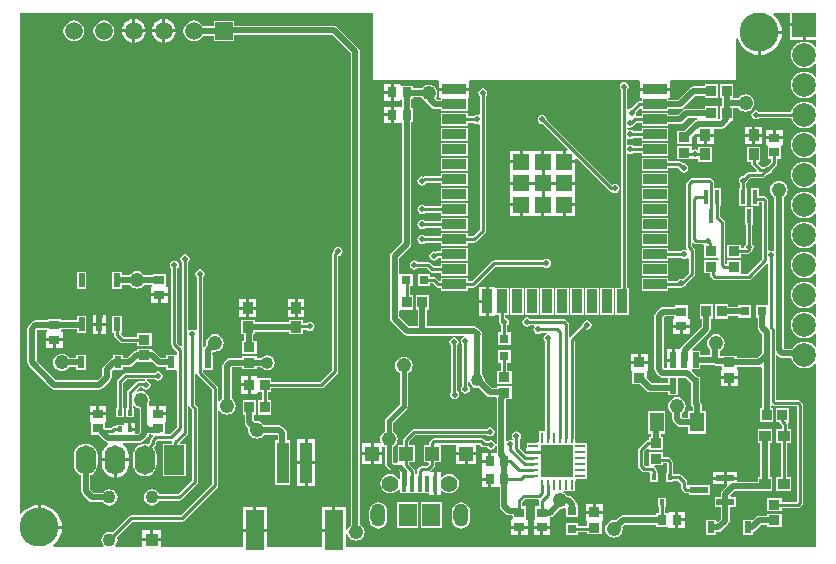
<source format=gtl>
G04*
G04 #@! TF.GenerationSoftware,Altium Limited,Altium Designer,23.3.1 (30)*
G04*
G04 Layer_Physical_Order=1*
G04 Layer_Color=255*
%FSLAX44Y44*%
%MOMM*%
G71*
G04*
G04 #@! TF.SameCoordinates,049E622D-B5B7-477E-837E-60E0A1272B7F*
G04*
G04*
G04 #@! TF.FilePolarity,Positive*
G04*
G01*
G75*
%ADD10C,0.5080*%
%ADD17R,0.4572X1.3970*%
%ADD18R,1.5494X1.9558*%
%ADD19R,0.4064X1.2192*%
%ADD20R,2.0066X0.8890*%
%ADD21R,0.8890X2.0066*%
%ADD22R,1.3208X1.3208*%
%ADD23R,1.4986X3.4036*%
%ADD24R,0.9906X3.5052*%
%ADD25R,0.6096X1.0414*%
%ADD26R,0.4000X0.5000*%
%ADD27R,0.8500X0.9500*%
%ADD28R,0.9000X1.0000*%
%ADD29R,0.9500X0.8500*%
%ADD30R,0.9000X0.8000*%
%ADD31R,0.5334X1.1430*%
%ADD32R,0.6096X1.1430*%
%ADD33R,0.8000X0.9000*%
%ADD34R,0.8000X0.8000*%
%ADD35R,0.4064X0.5080*%
%ADD36R,1.5240X0.5588*%
%ADD37R,1.0000X0.9000*%
%ADD38R,1.2500X1.6500*%
%ADD39R,0.8000X0.8000*%
%ADD40R,0.5588X1.3208*%
%ADD41R,1.2000X1.2000*%
%ADD42R,1.2000X1.2000*%
%ADD44R,0.2540X0.8128*%
%ADD45R,0.8128X0.2540*%
%ADD62R,2.7940X2.7940*%
%ADD63C,1.3970*%
%ADD64O,1.2700X1.9558*%
%ADD76C,1.2192*%
%ADD77C,0.2540*%
%ADD78C,0.3810*%
%ADD79R,1.5000X1.5000*%
%ADD80C,1.5000*%
%ADD81C,2.0000*%
%ADD82O,1.7500X2.5000*%
%ADD83R,1.7500X2.5000*%
%ADD84C,1.1000*%
%ADD85R,1.1000X1.1000*%
%ADD86C,3.3020*%
%ADD87R,2.0000X2.0000*%
%ADD88C,0.5080*%
%ADD89C,1.0160*%
%ADD90C,0.6604*%
G36*
X666910Y458470D02*
X679450D01*
Y457200D01*
X680720D01*
Y444660D01*
X689560D01*
Y439223D01*
X688290Y438792D01*
X687488Y439838D01*
X685134Y441644D01*
X682392Y442780D01*
X679450Y443167D01*
X676508Y442780D01*
X673766Y441644D01*
X671412Y439838D01*
X669606Y437484D01*
X668470Y434742D01*
X668083Y431800D01*
X668470Y428858D01*
X669606Y426116D01*
X671412Y423762D01*
X673766Y421956D01*
X676508Y420820D01*
X679450Y420433D01*
X682392Y420820D01*
X685134Y421956D01*
X687488Y423762D01*
X688290Y424808D01*
X689560Y424377D01*
Y413823D01*
X688290Y413392D01*
X687488Y414438D01*
X685134Y416244D01*
X682392Y417380D01*
X679450Y417767D01*
X676508Y417380D01*
X673766Y416244D01*
X671412Y414438D01*
X669606Y412084D01*
X668470Y409342D01*
X668083Y406400D01*
X668470Y403458D01*
X669606Y400716D01*
X671412Y398362D01*
X673766Y396556D01*
X676508Y395420D01*
X679450Y395033D01*
X682392Y395420D01*
X685134Y396556D01*
X687488Y398362D01*
X688290Y399408D01*
X689560Y398977D01*
Y388423D01*
X688290Y387992D01*
X687488Y389038D01*
X685134Y390844D01*
X682392Y391980D01*
X679450Y392367D01*
X676508Y391980D01*
X673766Y390844D01*
X671412Y389038D01*
X669606Y386684D01*
X668470Y383942D01*
X668427Y383615D01*
X641344D01*
X641222Y383797D01*
X639962Y384640D01*
X638475Y384935D01*
X636988Y384640D01*
X635728Y383797D01*
X634886Y382537D01*
X634590Y381051D01*
X634886Y379564D01*
X635728Y378304D01*
X636988Y377462D01*
X638475Y377166D01*
X639962Y377462D01*
X641222Y378304D01*
X641310Y378436D01*
X668420D01*
X668470Y378058D01*
X669606Y375316D01*
X671412Y372962D01*
X673766Y371156D01*
X676508Y370020D01*
X679450Y369633D01*
X682392Y370020D01*
X685134Y371156D01*
X687488Y372962D01*
X688290Y374008D01*
X689560Y373577D01*
Y363023D01*
X688290Y362592D01*
X687488Y363638D01*
X685134Y365444D01*
X682392Y366580D01*
X679450Y366967D01*
X676508Y366580D01*
X673766Y365444D01*
X671412Y363638D01*
X669606Y361284D01*
X668470Y358542D01*
X668083Y355600D01*
X668470Y352658D01*
X669606Y349916D01*
X671412Y347562D01*
X673766Y345756D01*
X676508Y344620D01*
X679450Y344233D01*
X682392Y344620D01*
X685134Y345756D01*
X687488Y347562D01*
X688290Y348608D01*
X689560Y348177D01*
Y337623D01*
X688290Y337192D01*
X687488Y338238D01*
X685134Y340044D01*
X682392Y341180D01*
X679450Y341567D01*
X676508Y341180D01*
X673766Y340044D01*
X671412Y338238D01*
X669606Y335884D01*
X668470Y333142D01*
X668083Y330200D01*
X668470Y327258D01*
X669606Y324516D01*
X671412Y322162D01*
X673766Y320356D01*
X676508Y319220D01*
X679450Y318833D01*
X682392Y319220D01*
X685134Y320356D01*
X687488Y322162D01*
X688290Y323208D01*
X689560Y322777D01*
Y312223D01*
X688290Y311792D01*
X687488Y312838D01*
X685134Y314644D01*
X682392Y315780D01*
X679450Y316167D01*
X676508Y315780D01*
X673766Y314644D01*
X671412Y312838D01*
X669606Y310484D01*
X668470Y307742D01*
X668083Y304800D01*
X668470Y301858D01*
X669606Y299116D01*
X671412Y296762D01*
X673766Y294956D01*
X676508Y293820D01*
X679450Y293433D01*
X682392Y293820D01*
X685134Y294956D01*
X687488Y296762D01*
X688290Y297808D01*
X689560Y297377D01*
Y286823D01*
X688290Y286392D01*
X687488Y287438D01*
X685134Y289244D01*
X682392Y290380D01*
X679450Y290767D01*
X676508Y290380D01*
X673766Y289244D01*
X671412Y287438D01*
X669606Y285084D01*
X668470Y282342D01*
X668083Y279400D01*
X668470Y276458D01*
X669606Y273716D01*
X671412Y271362D01*
X673766Y269556D01*
X676508Y268420D01*
X679450Y268033D01*
X682392Y268420D01*
X685134Y269556D01*
X687488Y271362D01*
X688290Y272408D01*
X689560Y271977D01*
Y261423D01*
X688290Y260992D01*
X687488Y262038D01*
X685134Y263844D01*
X682392Y264980D01*
X679450Y265367D01*
X676508Y264980D01*
X673766Y263844D01*
X671412Y262038D01*
X669606Y259684D01*
X668470Y256942D01*
X668083Y254000D01*
X668470Y251058D01*
X669606Y248316D01*
X671412Y245962D01*
X673766Y244156D01*
X676508Y243020D01*
X679450Y242633D01*
X682392Y243020D01*
X685134Y244156D01*
X687488Y245962D01*
X688290Y247008D01*
X689560Y246577D01*
Y236023D01*
X688290Y235592D01*
X687488Y236638D01*
X685134Y238444D01*
X682392Y239580D01*
X679450Y239967D01*
X676508Y239580D01*
X673766Y238444D01*
X671412Y236638D01*
X669606Y234284D01*
X668470Y231542D01*
X668083Y228600D01*
X668470Y225658D01*
X669606Y222916D01*
X671412Y220562D01*
X673766Y218756D01*
X676508Y217620D01*
X679450Y217233D01*
X682392Y217620D01*
X685134Y218756D01*
X687488Y220562D01*
X688290Y221608D01*
X689560Y221177D01*
Y210623D01*
X688290Y210192D01*
X687488Y211238D01*
X685134Y213044D01*
X682392Y214180D01*
X679450Y214567D01*
X676508Y214180D01*
X673766Y213044D01*
X671412Y211238D01*
X669606Y208884D01*
X668470Y206142D01*
X668083Y203200D01*
X668470Y200258D01*
X669606Y197516D01*
X671412Y195162D01*
X673766Y193356D01*
X676508Y192220D01*
X679450Y191833D01*
X682392Y192220D01*
X685134Y193356D01*
X687488Y195162D01*
X688290Y196208D01*
X689560Y195777D01*
Y185223D01*
X688290Y184792D01*
X687488Y185838D01*
X685134Y187644D01*
X682392Y188780D01*
X679450Y189167D01*
X676508Y188780D01*
X673766Y187644D01*
X671412Y185838D01*
X669606Y183484D01*
X669387Y182955D01*
X662445D01*
X661745Y183655D01*
Y311510D01*
X663113Y312560D01*
X664294Y314099D01*
X665036Y315891D01*
X665290Y317813D01*
X665036Y319736D01*
X664294Y321528D01*
X663113Y323067D01*
X661575Y324248D01*
X659783Y324990D01*
X657860Y325243D01*
X655937Y324990D01*
X654145Y324248D01*
X652607Y323067D01*
X651426Y321528D01*
X650684Y319736D01*
X650430Y317813D01*
X650684Y315891D01*
X651426Y314099D01*
X652607Y312560D01*
X653975Y311510D01*
Y266601D01*
X652705Y265902D01*
X651510Y266140D01*
X650290Y265897D01*
X649020Y266584D01*
Y308392D01*
X648823Y309383D01*
X648261Y310223D01*
X646773Y311711D01*
X645933Y312273D01*
X644942Y312470D01*
X640762D01*
Y318897D01*
X634158D01*
Y304165D01*
X640762D01*
Y307290D01*
X643840D01*
Y258883D01*
X631387Y246430D01*
X626789D01*
X625780Y247060D01*
X625780Y247700D01*
Y258100D01*
X613740D01*
Y255170D01*
X612190D01*
Y290027D01*
X611993Y291019D01*
X611431Y291859D01*
X608300Y294990D01*
Y304165D01*
X609012D01*
Y318897D01*
X603300D01*
Y323632D01*
X603103Y324623D01*
X602541Y325463D01*
X601053Y326951D01*
X600213Y327513D01*
X599222Y327710D01*
X584200D01*
X583209Y327513D01*
X582369Y326951D01*
X579829Y324411D01*
X579267Y323571D01*
X579070Y322580D01*
Y269240D01*
X579267Y268249D01*
X579645Y267684D01*
X579142Y266779D01*
X578909Y266564D01*
X577850Y266774D01*
X576364Y266479D01*
X575103Y265637D01*
X574999Y265480D01*
X564246D01*
Y268605D01*
X541640D01*
Y257175D01*
X564246D01*
Y260300D01*
X574999D01*
X575103Y260143D01*
X576364Y259301D01*
X577850Y259005D01*
X579337Y259301D01*
X580340Y259971D01*
X581256Y259666D01*
X581610Y259409D01*
Y247453D01*
X576555Y242397D01*
X575310Y242645D01*
X573823Y242349D01*
X572563Y241507D01*
X571721Y240247D01*
X571688Y240079D01*
X564246D01*
Y243205D01*
X541640D01*
Y231775D01*
X564246D01*
Y234900D01*
X575186D01*
X575310Y234875D01*
X576797Y235171D01*
X578057Y236013D01*
X578899Y237273D01*
X578935Y237452D01*
X586031Y244549D01*
X586593Y245389D01*
X586790Y246380D01*
Y266700D01*
X586593Y267691D01*
X586031Y268531D01*
X584250Y270313D01*
Y272241D01*
X585520Y272767D01*
X585798Y272489D01*
X586638Y271927D01*
X587629Y271730D01*
X593681D01*
X594690Y271100D01*
Y260060D01*
X606143D01*
X606708Y259080D01*
X606143Y258100D01*
X594690D01*
Y247060D01*
X599390D01*
Y245328D01*
X599587Y244337D01*
X600149Y243497D01*
X601637Y242009D01*
X602477Y241447D01*
X603468Y241250D01*
X632460D01*
X633451Y241447D01*
X634291Y242009D01*
X647650Y255368D01*
X648920Y254842D01*
Y219880D01*
X638500D01*
Y209340D01*
X639885D01*
Y201085D01*
X640181Y199598D01*
X641023Y198338D01*
X643665Y195696D01*
Y179409D01*
X639741Y175485D01*
X621970D01*
Y177120D01*
X609930D01*
Y176605D01*
X607613D01*
Y181268D01*
X608235Y181526D01*
X609773Y182707D01*
X610954Y184245D01*
X611696Y186037D01*
X611950Y187960D01*
X611696Y189883D01*
X610954Y191675D01*
X609773Y193214D01*
X608235Y194394D01*
X606443Y195136D01*
X604520Y195390D01*
X602597Y195136D01*
X600805Y194394D01*
X599267Y193214D01*
X598086Y191675D01*
X597344Y189883D01*
X597090Y187960D01*
X597344Y186037D01*
X598086Y184245D01*
X599267Y182707D01*
X599843Y182264D01*
Y177397D01*
X591414D01*
Y181386D01*
X584916D01*
X584390Y182656D01*
X599017Y197283D01*
X599859Y198543D01*
X600155Y200030D01*
Y208590D01*
X601790D01*
Y220630D01*
X590750D01*
Y208590D01*
X592385D01*
Y201639D01*
X575357Y184611D01*
X574608Y183490D01*
X573684Y182656D01*
X569620D01*
Y173512D01*
X568350D01*
Y172242D01*
X563016D01*
Y166445D01*
X560845D01*
X560145Y167145D01*
Y209211D01*
X561579Y210645D01*
X568642D01*
X568955Y210332D01*
X568838Y208768D01*
X568556Y208570D01*
X568270D01*
Y203300D01*
X575310D01*
X582350D01*
Y208570D01*
X582064D01*
X581080Y209260D01*
X581080Y209840D01*
Y219800D01*
X569540D01*
Y218415D01*
X559970D01*
X558483Y218119D01*
X557223Y217277D01*
X553513Y213567D01*
X552671Y212307D01*
X552375Y210820D01*
Y165536D01*
X552671Y164049D01*
X553513Y162789D01*
X556489Y159813D01*
X557749Y158971D01*
X559236Y158675D01*
X564286D01*
Y154095D01*
X550249D01*
X545770Y158574D01*
X545770Y164120D01*
X546754Y164810D01*
X547040D01*
Y170330D01*
X539750D01*
X532460D01*
Y164810D01*
X532746D01*
X533730Y164120D01*
X533730Y163540D01*
Y153080D01*
X540276D01*
X545893Y147463D01*
X547153Y146621D01*
X548640Y146325D01*
X564286D01*
Y143734D01*
X572414D01*
Y158675D01*
X578599D01*
X583286Y153988D01*
Y143734D01*
X583370D01*
Y136796D01*
X583665Y135309D01*
X584507Y134049D01*
X584770Y133787D01*
Y130170D01*
X581230D01*
Y124535D01*
X576085D01*
X575385Y125235D01*
Y128316D01*
X576754Y129367D01*
X577934Y130905D01*
X578676Y132697D01*
X578930Y134620D01*
X578676Y136543D01*
X577934Y138335D01*
X576754Y139874D01*
X575215Y141054D01*
X573423Y141796D01*
X571500Y142050D01*
X569577Y141796D01*
X567785Y141054D01*
X566246Y139874D01*
X565066Y138335D01*
X564324Y136543D01*
X564070Y134620D01*
X564324Y132697D01*
X565066Y130905D01*
X566246Y129367D01*
X567615Y128316D01*
Y123626D01*
X567911Y122139D01*
X568753Y120879D01*
X571729Y117903D01*
X572989Y117061D01*
X574476Y116765D01*
X581230D01*
Y111130D01*
X596270D01*
Y130170D01*
X592539D01*
Y135396D01*
X592243Y136882D01*
X591401Y138143D01*
X591139Y138405D01*
Y143734D01*
X591414D01*
Y159482D01*
X588780D01*
X583894Y164368D01*
X584420Y165638D01*
X591414D01*
Y169627D01*
X602291D01*
X603033Y169131D01*
X604520Y168835D01*
X609032D01*
X609930Y167937D01*
X609930Y166080D01*
X608946Y165390D01*
X608660D01*
Y159870D01*
X615950D01*
X623240D01*
Y165390D01*
X622954D01*
X621970Y166080D01*
X621970Y166445D01*
X622488Y167715D01*
X641350D01*
X642395Y167923D01*
X643665Y167154D01*
Y133020D01*
X642030D01*
Y120980D01*
X653070D01*
Y133020D01*
X651435D01*
Y134492D01*
X652705Y135049D01*
X653127Y134767D01*
X654118Y134570D01*
X673050D01*
Y53390D01*
X660070D01*
Y56470D01*
X648030D01*
Y45430D01*
X660070D01*
Y48210D01*
X674152D01*
X675143Y48407D01*
X675983Y48969D01*
X677471Y50457D01*
X678033Y51297D01*
X678230Y52288D01*
Y135672D01*
X678033Y136663D01*
X677471Y137503D01*
X675983Y138991D01*
X675143Y139553D01*
X674152Y139750D01*
X655220D01*
Y177533D01*
X656393Y178019D01*
X658089Y176323D01*
X659349Y175481D01*
X660836Y175185D01*
X668427D01*
X668470Y174858D01*
X669606Y172116D01*
X671412Y169762D01*
X673766Y167956D01*
X676508Y166820D01*
X679450Y166433D01*
X682392Y166820D01*
X685134Y167956D01*
X687488Y169762D01*
X688290Y170808D01*
X689560Y170377D01*
Y15290D01*
X291183D01*
Y26621D01*
X292453Y26705D01*
X292544Y26017D01*
X293286Y24225D01*
X294466Y22687D01*
X296005Y21506D01*
X297797Y20764D01*
X299720Y20510D01*
X301643Y20764D01*
X303435Y21506D01*
X304974Y22687D01*
X306154Y24225D01*
X306896Y26017D01*
X307150Y27940D01*
X306896Y29863D01*
X306154Y31655D01*
X304974Y33194D01*
X303435Y34374D01*
X302970Y34567D01*
Y434975D01*
X302674Y436462D01*
X301832Y437722D01*
X284026Y455528D01*
X282766Y456370D01*
X281279Y456665D01*
X196730D01*
Y460890D01*
X179190D01*
Y456005D01*
X170443D01*
X170221Y456543D01*
X168815Y458375D01*
X166983Y459781D01*
X164849Y460664D01*
X162560Y460966D01*
X160271Y460664D01*
X158137Y459781D01*
X156305Y458375D01*
X154899Y456543D01*
X154016Y454409D01*
X153714Y452120D01*
X154016Y449831D01*
X154899Y447697D01*
X156305Y445865D01*
X158137Y444459D01*
X160271Y443576D01*
X162560Y443274D01*
X164849Y443576D01*
X166983Y444459D01*
X168815Y445865D01*
X170221Y447697D01*
X170443Y448235D01*
X179190D01*
Y443350D01*
X196730D01*
Y448896D01*
X279670D01*
X295200Y433366D01*
Y33757D01*
X294466Y33194D01*
X293286Y31655D01*
X292544Y29863D01*
X292453Y29175D01*
X291183Y29259D01*
Y48761D01*
X282420D01*
Y29203D01*
X281150D01*
Y27933D01*
X271117D01*
Y15290D01*
X224183D01*
Y27933D01*
X204117D01*
Y15290D01*
X135040D01*
Y19959D01*
X127000D01*
X118960D01*
Y15290D01*
X96546D01*
X96179Y15928D01*
X96030Y16560D01*
X96993Y17815D01*
X97675Y19462D01*
X97907Y21229D01*
X97675Y22996D01*
X97333Y23821D01*
X110293Y36780D01*
X152400D01*
X153391Y36977D01*
X154231Y37539D01*
X182171Y65479D01*
X182733Y66319D01*
X182930Y67310D01*
Y130382D01*
X183556Y130670D01*
X184200Y130731D01*
X185247Y129367D01*
X186785Y128186D01*
X188577Y127444D01*
X190500Y127190D01*
X192423Y127444D01*
X194215Y128186D01*
X195753Y129367D01*
X196934Y130905D01*
X197676Y132697D01*
X197930Y134620D01*
X197676Y136543D01*
X196934Y138335D01*
X195753Y139874D01*
X194385Y140924D01*
Y166715D01*
X195085Y167415D01*
X203530D01*
Y165780D01*
X215570D01*
Y167415D01*
X219757D01*
X220220Y166722D01*
X222320Y165318D01*
X224798Y164826D01*
X227276Y165318D01*
X229376Y166722D01*
X230780Y168822D01*
X231272Y171300D01*
X230780Y173778D01*
X229376Y175878D01*
X227276Y177282D01*
X224798Y177774D01*
X222320Y177282D01*
X220220Y175878D01*
X219757Y175185D01*
X215570D01*
Y176820D01*
X203530D01*
Y175185D01*
X193476D01*
X191989Y174889D01*
X190729Y174047D01*
X187753Y171071D01*
X186911Y169811D01*
X186615Y168324D01*
Y140924D01*
X185247Y139874D01*
X184200Y138509D01*
X183556Y138570D01*
X182930Y138858D01*
Y149860D01*
X182733Y150851D01*
X182171Y151691D01*
X170230Y163633D01*
Y164973D01*
X178520D01*
Y177927D01*
X178087D01*
Y179714D01*
X179161Y180686D01*
X180340Y180530D01*
X182263Y180784D01*
X184055Y181526D01*
X185593Y182707D01*
X186774Y184245D01*
X187516Y186037D01*
X187770Y187960D01*
X187516Y189883D01*
X186774Y191675D01*
X185593Y193214D01*
X184055Y194394D01*
X182263Y195136D01*
X180340Y195390D01*
X178417Y195136D01*
X176625Y194394D01*
X175086Y193214D01*
X173906Y191675D01*
X173164Y189883D01*
X172910Y187960D01*
X173136Y186249D01*
X171500Y184613D01*
X171308Y184623D01*
X170230Y185021D01*
Y243528D01*
X170387Y243633D01*
X171229Y244893D01*
X171525Y246380D01*
X171229Y247867D01*
X170387Y249127D01*
X169127Y249969D01*
X167640Y250265D01*
X166153Y249969D01*
X164893Y249127D01*
X164051Y247867D01*
X163755Y246380D01*
X164051Y244893D01*
X164893Y243633D01*
X165050Y243528D01*
Y199061D01*
X164695Y198804D01*
X163780Y198498D01*
X162777Y199169D01*
X161290Y199465D01*
X159803Y199169D01*
X158800Y198498D01*
X157885Y198804D01*
X157530Y199061D01*
Y256228D01*
X157687Y256333D01*
X158529Y257593D01*
X158825Y259080D01*
X158529Y260567D01*
X157687Y261827D01*
X156427Y262669D01*
X154940Y262965D01*
X153453Y262669D01*
X152193Y261827D01*
X151351Y260567D01*
X151055Y259080D01*
X151351Y257593D01*
X152193Y256333D01*
X152350Y256228D01*
Y185712D01*
X151177Y185226D01*
X148640Y187763D01*
Y251148D01*
X148797Y251253D01*
X149639Y252513D01*
X149935Y254000D01*
X149639Y255487D01*
X148797Y256747D01*
X147537Y257589D01*
X146050Y257885D01*
X144563Y257589D01*
X143303Y256747D01*
X142461Y255487D01*
X142165Y254000D01*
X142461Y252513D01*
X143303Y251253D01*
X143460Y251148D01*
Y186690D01*
X143657Y185699D01*
X144219Y184859D01*
X148540Y180537D01*
Y178762D01*
X147616Y177927D01*
X147270Y177927D01*
X138980D01*
Y175335D01*
X134959D01*
X129747Y180547D01*
X128487Y181389D01*
X127000Y181685D01*
X126670D01*
Y183170D01*
X114630D01*
Y181535D01*
X114150D01*
X112663Y181239D01*
X111403Y180397D01*
X106341Y175335D01*
X102320D01*
Y177927D01*
X93684D01*
Y175447D01*
X93410Y175392D01*
X92149Y174550D01*
X86153Y168554D01*
X85311Y167294D01*
X85015Y165807D01*
Y160359D01*
X80941Y156285D01*
X46059D01*
X29285Y173059D01*
Y198515D01*
X29985Y199215D01*
X37782D01*
X38095Y198902D01*
X37978Y197338D01*
X37696Y197140D01*
X37410D01*
Y191870D01*
X44450D01*
X51490D01*
Y197140D01*
X51204D01*
X50220Y197830D01*
X50220Y198186D01*
X50761Y199456D01*
X63613D01*
Y196596D01*
X71487D01*
Y210566D01*
X63613D01*
Y207225D01*
X50220D01*
Y208370D01*
X38680D01*
Y206985D01*
X28376D01*
X26889Y206689D01*
X25629Y205847D01*
X22653Y202871D01*
X21811Y201611D01*
X21515Y200124D01*
Y171450D01*
X21811Y169963D01*
X22653Y168703D01*
X41703Y149653D01*
X42963Y148811D01*
X44450Y148515D01*
X82550D01*
X84037Y148811D01*
X85297Y149653D01*
X91647Y156003D01*
X92489Y157263D01*
X92785Y158750D01*
Y164078D01*
X93684Y164973D01*
X102320D01*
Y167565D01*
X107950D01*
X109437Y167861D01*
X110697Y168703D01*
X113580Y171586D01*
X114630Y172130D01*
Y172130D01*
X114630Y172130D01*
X126670D01*
X126670Y172130D01*
Y172130D01*
X127716Y171591D01*
X130603Y168703D01*
X131863Y167861D01*
X133350Y167565D01*
X138980D01*
Y164973D01*
X147270D01*
X147616Y164973D01*
X148540Y164138D01*
Y116643D01*
X142437Y110540D01*
X137850D01*
Y120360D01*
X137850Y120940D01*
X138834Y121630D01*
X139120D01*
Y126900D01*
X132080D01*
Y128170D01*
X130810D01*
Y134710D01*
X125805D01*
X125040Y134710D01*
X124535Y135771D01*
Y136724D01*
X124496Y136920D01*
X124851Y137777D01*
X125104Y139700D01*
X124851Y141623D01*
X124108Y143415D01*
X122928Y144953D01*
X121389Y146134D01*
X119597Y146876D01*
X117674Y147130D01*
X115751Y146876D01*
X114666Y146427D01*
X113947Y147504D01*
X116739Y150296D01*
X118743D01*
X119173Y149653D01*
X120433Y148811D01*
X121920Y148515D01*
X123407Y148811D01*
X124667Y149653D01*
X125509Y150913D01*
X125805Y152400D01*
X125509Y153887D01*
X124667Y155147D01*
X123641Y155832D01*
X123407Y155989D01*
X122557Y156281D01*
X122558Y156288D01*
X122867Y157430D01*
X129228D01*
X129333Y157273D01*
X130593Y156431D01*
X132080Y156135D01*
X133567Y156431D01*
X134827Y157273D01*
X135669Y158533D01*
X135965Y160020D01*
X135669Y161507D01*
X134827Y162767D01*
X133567Y163609D01*
X132080Y163905D01*
X130593Y163609D01*
X129333Y162767D01*
X129228Y162610D01*
X104827D01*
X103836Y162413D01*
X102996Y161851D01*
X98309Y157164D01*
X97747Y156324D01*
X97550Y155333D01*
Y132690D01*
X96870D01*
Y125150D01*
X103410D01*
Y132690D01*
X102730D01*
Y154260D01*
X105900Y157430D01*
X120972D01*
X121282Y156288D01*
X121283Y156281D01*
X120433Y155989D01*
X120199Y155832D01*
X119665Y155476D01*
X115667D01*
X114676Y155279D01*
X113835Y154717D01*
X107894Y148776D01*
X107797Y148711D01*
X106309Y147223D01*
X105747Y146383D01*
X105550Y145392D01*
Y132690D01*
X104870D01*
Y125150D01*
X111410D01*
Y132690D01*
X110730D01*
Y134564D01*
X112000Y134995D01*
X112421Y134446D01*
X113959Y133266D01*
X115751Y132524D01*
X116765Y132390D01*
Y117476D01*
Y112535D01*
X115455Y111225D01*
X112680D01*
Y113650D01*
X108140D01*
Y114920D01*
X106870D01*
Y119960D01*
X103600D01*
Y119881D01*
X103410Y118690D01*
X96870D01*
Y117510D01*
X94795D01*
X93804Y117313D01*
X92964Y116751D01*
X92452Y116240D01*
X87050D01*
X87050Y120940D01*
X88034Y121630D01*
X88320D01*
Y126900D01*
X74240D01*
Y121630D01*
X74526D01*
X75510Y120940D01*
X75510Y120360D01*
Y110400D01*
X81556D01*
X87363Y104593D01*
X88624Y103751D01*
X89671Y103543D01*
X89995Y102248D01*
X89994Y102233D01*
X87998Y100702D01*
X86188Y98344D01*
X85051Y95597D01*
X84663Y92650D01*
Y90170D01*
X96050D01*
X107437D01*
Y92650D01*
X107050Y95597D01*
X105912Y98344D01*
X104102Y100702D01*
X102169Y102185D01*
X102600Y103455D01*
X117064D01*
X118551Y103751D01*
X119811Y104593D01*
X123397Y108179D01*
X124239Y109439D01*
X124473Y110615D01*
X126310D01*
Y110400D01*
X127802D01*
X128328Y109130D01*
X126439Y107241D01*
X125877Y106401D01*
X125680Y105410D01*
Y104265D01*
X123780Y102365D01*
X123666Y102412D01*
X121050Y102757D01*
X118434Y102412D01*
X115997Y101403D01*
X113904Y99796D01*
X112298Y97703D01*
X111288Y95266D01*
X110944Y92650D01*
Y85150D01*
X111288Y82534D01*
X112298Y80097D01*
X113904Y78004D01*
X115997Y76398D01*
X118434Y75388D01*
X121050Y75044D01*
X123666Y75388D01*
X126103Y76398D01*
X128196Y78004D01*
X129803Y80097D01*
X130812Y82534D01*
X131157Y85150D01*
Y92650D01*
X130812Y95266D01*
X129803Y97703D01*
X128344Y99604D01*
X130101Y101361D01*
X130663Y102201D01*
X130860Y103193D01*
Y104337D01*
X131883Y105360D01*
X143442D01*
X143625Y105249D01*
X144417Y104246D01*
X144312Y103722D01*
Y102670D01*
X136030D01*
Y75130D01*
X156070D01*
Y102670D01*
X151172D01*
X150686Y103843D01*
X156771Y109929D01*
X157333Y110769D01*
X157530Y111760D01*
Y134159D01*
X158800Y134284D01*
X158897Y133793D01*
X159459Y132953D01*
X160732Y131680D01*
Y71685D01*
X148787Y59740D01*
X133255D01*
X132914Y60564D01*
X131828Y61978D01*
X130414Y63064D01*
X128767Y63746D01*
X127000Y63978D01*
X125233Y63746D01*
X123586Y63064D01*
X122172Y61978D01*
X121087Y60564D01*
X120404Y58917D01*
X120172Y57150D01*
X120404Y55383D01*
X121087Y53736D01*
X122172Y52322D01*
X123586Y51236D01*
X125233Y50554D01*
X127000Y50322D01*
X128767Y50554D01*
X130414Y51236D01*
X131828Y52322D01*
X132914Y53736D01*
X133255Y54560D01*
X149860D01*
X150851Y54757D01*
X151691Y55319D01*
X165153Y68781D01*
X165715Y69621D01*
X165912Y70612D01*
Y132752D01*
X165715Y133743D01*
X165153Y134584D01*
X163880Y135857D01*
Y161935D01*
X165150Y162060D01*
X165247Y161569D01*
X165809Y160729D01*
X177750Y148787D01*
Y68383D01*
X151327Y41960D01*
X109220D01*
X108229Y41763D01*
X107389Y41201D01*
X93671Y27483D01*
X92846Y27825D01*
X91079Y28057D01*
X89312Y27825D01*
X87665Y27143D01*
X86251Y26057D01*
X85166Y24643D01*
X84483Y22996D01*
X84251Y21229D01*
X84483Y19462D01*
X85166Y17815D01*
X86129Y16560D01*
X85979Y15928D01*
X85612Y15290D01*
X43724D01*
X43269Y16560D01*
X45286Y18214D01*
X47666Y21115D01*
X49435Y24425D01*
X50524Y28015D01*
X50767Y30480D01*
X31750D01*
Y31750D01*
X30480D01*
Y50767D01*
X28016Y50524D01*
X24425Y49435D01*
X21115Y47666D01*
X18214Y45286D01*
X16560Y43269D01*
X15290Y43724D01*
Y467310D01*
X314168D01*
Y411593D01*
X314571Y410621D01*
X315543Y410218D01*
X369366D01*
X370370Y409575D01*
X370370Y408948D01*
Y403860D01*
X395516D01*
Y408948D01*
X395516Y409575D01*
X396520Y410218D01*
X539366D01*
X540370Y409575D01*
X540370Y408948D01*
Y403860D01*
X565516D01*
Y408948D01*
X565516Y409575D01*
X566520Y410218D01*
X620343D01*
X621315Y410621D01*
X621718Y411593D01*
Y445569D01*
X622988Y445758D01*
X623665Y443525D01*
X625434Y440215D01*
X627814Y437314D01*
X630715Y434934D01*
X634025Y433165D01*
X637616Y432076D01*
X640080Y431833D01*
Y450850D01*
X641350D01*
Y452120D01*
X660367D01*
X660124Y454585D01*
X659035Y458175D01*
X657266Y461485D01*
X654886Y464386D01*
X652869Y466040D01*
X653324Y467310D01*
X666910D01*
Y458470D01*
D02*
G37*
%LPC*%
G36*
X113030Y462079D02*
Y453390D01*
X121719D01*
X121542Y454741D01*
X120530Y457183D01*
X118921Y459281D01*
X116823Y460890D01*
X114381Y461902D01*
X113030Y462079D01*
D02*
G37*
G36*
X138430D02*
Y453390D01*
X147119D01*
X146942Y454741D01*
X145930Y457183D01*
X144321Y459281D01*
X142223Y460890D01*
X139781Y461902D01*
X138430Y462079D01*
D02*
G37*
G36*
X110490D02*
X109139Y461902D01*
X106697Y460890D01*
X104599Y459281D01*
X102990Y457183D01*
X101978Y454741D01*
X101801Y453390D01*
X110490D01*
Y462079D01*
D02*
G37*
G36*
X135890D02*
X134539Y461902D01*
X132097Y460890D01*
X129999Y459281D01*
X128390Y457183D01*
X127378Y454741D01*
X127201Y453390D01*
X135890D01*
Y462079D01*
D02*
G37*
G36*
X678180Y455930D02*
X666910D01*
Y444660D01*
X678180D01*
Y455930D01*
D02*
G37*
G36*
X86360Y460966D02*
X84071Y460664D01*
X81937Y459781D01*
X80105Y458375D01*
X78699Y456543D01*
X77816Y454409D01*
X77514Y452120D01*
X77816Y449831D01*
X78699Y447697D01*
X80105Y445865D01*
X81937Y444459D01*
X84071Y443576D01*
X86360Y443274D01*
X88649Y443576D01*
X90783Y444459D01*
X92615Y445865D01*
X94021Y447697D01*
X94904Y449831D01*
X95206Y452120D01*
X94904Y454409D01*
X94021Y456543D01*
X92615Y458375D01*
X90783Y459781D01*
X88649Y460664D01*
X86360Y460966D01*
D02*
G37*
G36*
X60960D02*
X58671Y460664D01*
X56537Y459781D01*
X54705Y458375D01*
X53299Y456543D01*
X52416Y454409D01*
X52114Y452120D01*
X52416Y449831D01*
X53299Y447697D01*
X54705Y445865D01*
X56537Y444459D01*
X58671Y443576D01*
X60960Y443274D01*
X63249Y443576D01*
X65383Y444459D01*
X67215Y445865D01*
X68621Y447697D01*
X69504Y449831D01*
X69806Y452120D01*
X69504Y454409D01*
X68621Y456543D01*
X67215Y458375D01*
X65383Y459781D01*
X63249Y460664D01*
X60960Y460966D01*
D02*
G37*
G36*
X147119Y450850D02*
X138430D01*
Y442161D01*
X139781Y442338D01*
X142223Y443350D01*
X144321Y444959D01*
X145930Y447057D01*
X146942Y449499D01*
X147119Y450850D01*
D02*
G37*
G36*
X121719D02*
X113030D01*
Y442161D01*
X114381Y442338D01*
X116823Y443350D01*
X118921Y444959D01*
X120530Y447057D01*
X121542Y449499D01*
X121719Y450850D01*
D02*
G37*
G36*
X135890D02*
X127201D01*
X127378Y449499D01*
X128390Y447057D01*
X129999Y444959D01*
X132097Y443350D01*
X134539Y442338D01*
X135890Y442161D01*
Y450850D01*
D02*
G37*
G36*
X110490D02*
X101801D01*
X101978Y449499D01*
X102990Y447057D01*
X104599Y444959D01*
X106697Y443350D01*
X109139Y442338D01*
X110490Y442161D01*
Y450850D01*
D02*
G37*
G36*
X660367Y449580D02*
X642620D01*
Y431833D01*
X645085Y432076D01*
X648676Y433165D01*
X651985Y434934D01*
X654886Y437314D01*
X657266Y440215D01*
X659035Y443525D01*
X660124Y447116D01*
X660367Y449580D01*
D02*
G37*
G36*
X329030Y407090D02*
X323760D01*
Y401320D01*
X329030D01*
Y407090D01*
D02*
G37*
G36*
Y398780D02*
X323760D01*
Y393010D01*
X329030D01*
Y398780D01*
D02*
G37*
G36*
X336840Y407090D02*
X331570D01*
Y400050D01*
Y393010D01*
X336840D01*
Y393296D01*
X336856Y393318D01*
X338579Y393592D01*
X338915Y393344D01*
Y387668D01*
X338602Y387355D01*
X337038Y387472D01*
X336840Y387754D01*
Y388040D01*
X331570D01*
Y381000D01*
Y373960D01*
X336840D01*
Y374246D01*
X336856Y374268D01*
X338579Y374542D01*
X338915Y374294D01*
Y273489D01*
X329793Y264367D01*
X328951Y263107D01*
X328656Y261620D01*
Y208480D01*
X328951Y206993D01*
X329793Y205733D01*
X340153Y195373D01*
X341413Y194531D01*
X342900Y194235D01*
X391554D01*
X391679Y192965D01*
X390943Y192819D01*
X389683Y191977D01*
X388841Y190717D01*
X388545Y189230D01*
X388841Y187743D01*
X389683Y186483D01*
X389840Y186378D01*
Y151739D01*
X389683Y151634D01*
X388841Y150374D01*
X388545Y148888D01*
X388841Y147401D01*
X389683Y146141D01*
X390943Y145299D01*
X392430Y145003D01*
X393917Y145299D01*
X395177Y146141D01*
X396019Y147401D01*
X396315Y148888D01*
X396019Y150374D01*
X395177Y151634D01*
X395020Y151739D01*
Y155209D01*
X396290Y155334D01*
X396608Y153732D01*
X398012Y151632D01*
X400112Y150228D01*
X402590Y149736D01*
X403772Y149971D01*
X410333Y143409D01*
X411594Y142567D01*
X413080Y142271D01*
X418235D01*
X419040Y141289D01*
X419025Y141214D01*
Y102476D01*
X417755Y102351D01*
X417609Y103087D01*
X416767Y104347D01*
X415507Y105189D01*
X414020Y105485D01*
X412533Y105189D01*
X411765Y104676D01*
X409527D01*
X407814Y106388D01*
X406974Y106949D01*
X405983Y107147D01*
X365838D01*
X364847Y106949D01*
X364007Y106388D01*
X362519Y104900D01*
X361957Y104060D01*
X361760Y103069D01*
Y101576D01*
X357080D01*
Y87036D01*
X361140D01*
X361503Y85766D01*
X359607Y83870D01*
X355600D01*
X354609Y83673D01*
X353769Y83111D01*
X351849Y81191D01*
X351287Y80351D01*
X351090Y79360D01*
Y77161D01*
X349770D01*
Y79540D01*
X349573Y80531D01*
X349011Y81371D01*
X344800Y85583D01*
Y87036D01*
X349480D01*
Y101576D01*
X344800D01*
Y104917D01*
X349931Y110048D01*
X410506D01*
X410611Y109891D01*
X411871Y109049D01*
X413358Y108753D01*
X414844Y109049D01*
X416105Y109891D01*
X416947Y111151D01*
X417242Y112638D01*
X416947Y114124D01*
X416105Y115385D01*
X414844Y116227D01*
X413358Y116523D01*
X411871Y116227D01*
X410611Y115385D01*
X410506Y115228D01*
X348858D01*
X347867Y115030D01*
X347027Y114469D01*
X340379Y107821D01*
X339817Y106981D01*
X339620Y105990D01*
Y101576D01*
X334940D01*
Y87036D01*
X333870Y86554D01*
X331538D01*
X330897Y87195D01*
Y100048D01*
X331375Y100246D01*
X332914Y101426D01*
X334094Y102965D01*
X334836Y104757D01*
X335090Y106680D01*
X334836Y108603D01*
X334094Y110395D01*
X332914Y111933D01*
X331375Y113114D01*
X330897Y113312D01*
Y120579D01*
X342649Y132331D01*
X343351Y133381D01*
X343597Y134620D01*
Y162278D01*
X344075Y162476D01*
X345614Y163657D01*
X346794Y165195D01*
X347536Y166987D01*
X347790Y168910D01*
X347536Y170833D01*
X346794Y172625D01*
X345614Y174163D01*
X344075Y175344D01*
X342283Y176086D01*
X340360Y176340D01*
X338437Y176086D01*
X336645Y175344D01*
X335107Y174163D01*
X333926Y172625D01*
X333184Y170833D01*
X332930Y168910D01*
X333184Y166987D01*
X333926Y165195D01*
X335107Y163657D01*
X336645Y162476D01*
X337123Y162278D01*
Y135961D01*
X325371Y124209D01*
X324669Y123159D01*
X324423Y121920D01*
Y113312D01*
X323945Y113114D01*
X322407Y111933D01*
X321226Y110395D01*
X320484Y108603D01*
X320230Y106680D01*
X320484Y104757D01*
X320749Y104116D01*
X319901Y102846D01*
X314880D01*
Y95576D01*
X322150D01*
Y100022D01*
X323397Y100637D01*
X323581Y100525D01*
X323945Y100246D01*
X324241Y100123D01*
X324423Y100013D01*
Y85854D01*
X324669Y84615D01*
X325371Y83565D01*
X327908Y81028D01*
X328958Y80326D01*
X330197Y80080D01*
X335776D01*
X337425Y78431D01*
X337399Y77161D01*
X337124D01*
Y73476D01*
X335980Y73105D01*
X335854Y73117D01*
X334568Y74794D01*
X332843Y76117D01*
X330835Y76948D01*
X328680Y77232D01*
X326525Y76948D01*
X324517Y76117D01*
X322793Y74794D01*
X321469Y73069D01*
X320638Y71061D01*
X320354Y68906D01*
X320638Y66751D01*
X321469Y64743D01*
X322793Y63018D01*
X324517Y61695D01*
X326525Y60863D01*
X328680Y60580D01*
X330835Y60863D01*
X332843Y61695D01*
X334568Y63018D01*
X335854Y64695D01*
X335980Y64707D01*
X337124Y64336D01*
Y60651D01*
X361854D01*
Y59381D01*
X365410D01*
Y68906D01*
Y78431D01*
X363242D01*
X363042Y78710D01*
X362763Y79701D01*
X366181Y83119D01*
X366743Y83959D01*
X366940Y84950D01*
Y87036D01*
X371620D01*
Y101576D01*
X372728Y101967D01*
X384410D01*
Y95576D01*
X392950D01*
X401490D01*
Y101967D01*
X404911D01*
X406623Y100255D01*
X407463Y99693D01*
X408454Y99496D01*
X410844D01*
X411273Y98853D01*
X412533Y98011D01*
X414020Y97715D01*
X415507Y98011D01*
X416767Y98853D01*
X417609Y100113D01*
X417755Y100849D01*
X419025Y100724D01*
Y94996D01*
X414120D01*
Y87956D01*
X412850D01*
Y86686D01*
X406310D01*
Y81026D01*
X406310Y80916D01*
Y79756D01*
X406310Y79646D01*
Y73986D01*
X412850D01*
Y72716D01*
X414120D01*
Y65676D01*
X419390D01*
Y65962D01*
X419406Y65984D01*
X421129Y66258D01*
X421465Y66010D01*
Y49630D01*
X421761Y48143D01*
X422603Y46883D01*
X426423Y43063D01*
X427683Y42221D01*
X429170Y41925D01*
X431482D01*
X432380Y41027D01*
X432380Y39080D01*
X431396Y38390D01*
X431110D01*
Y33120D01*
X438150D01*
X445190D01*
Y38390D01*
X444904D01*
X443920Y39080D01*
X443920Y39660D01*
Y49620D01*
X440740D01*
Y53537D01*
X443033Y55830D01*
X453825D01*
X454068Y55628D01*
X454722Y54586D01*
X454610Y54023D01*
Y49620D01*
X451430D01*
Y39660D01*
X451430Y39080D01*
X450446Y38390D01*
X450160D01*
Y33120D01*
X457200D01*
X464240D01*
Y38390D01*
X463954D01*
X463932Y38405D01*
X463658Y40129D01*
X463907Y40465D01*
X464045D01*
X465532Y40761D01*
X466792Y41603D01*
X472377Y47189D01*
X472440Y47180D01*
X474363Y47434D01*
X476155Y48176D01*
X476269Y48264D01*
X477408Y47702D01*
Y40394D01*
X487948D01*
Y50933D01*
X486563D01*
Y51607D01*
X486267Y53094D01*
X485425Y54354D01*
X482422Y57357D01*
X481162Y58199D01*
X479675Y58495D01*
X478744D01*
X477693Y59864D01*
X476155Y61044D01*
X475264Y61413D01*
X475517Y62683D01*
X484943D01*
Y71446D01*
X486410D01*
Y72913D01*
X495173D01*
Y82915D01*
Y92918D01*
Y102999D01*
X486410D01*
Y104466D01*
X484943D01*
Y107645D01*
X484993Y107895D01*
Y189512D01*
X494880Y199399D01*
X495300Y199315D01*
X496787Y199611D01*
X498047Y200453D01*
X498889Y201713D01*
X499185Y203200D01*
X498889Y204687D01*
X498047Y205947D01*
X496787Y206789D01*
X495300Y207085D01*
X493813Y206789D01*
X492553Y205947D01*
X491711Y204687D01*
X491430Y203274D01*
X481380Y193224D01*
X480110Y193750D01*
Y203743D01*
X479913Y204734D01*
X479351Y205574D01*
X477354Y207571D01*
X476514Y208133D01*
X475523Y208330D01*
X447352D01*
X447247Y208487D01*
X445987Y209329D01*
X444500Y209625D01*
X443013Y209329D01*
X441753Y208487D01*
X440911Y207227D01*
X440615Y205740D01*
X440911Y204253D01*
X441753Y202993D01*
X443013Y202151D01*
X444500Y201855D01*
X445987Y202151D01*
X447247Y202993D01*
X447352Y203150D01*
X450401D01*
X450717Y202680D01*
X450964Y201880D01*
X450267Y200837D01*
X449971Y199351D01*
X450267Y197864D01*
X451109Y196604D01*
X452369Y195762D01*
X453856Y195466D01*
X455342Y195762D01*
X456602Y196604D01*
X456707Y196761D01*
X461421D01*
X461546Y195491D01*
X460882Y195359D01*
X459622Y194517D01*
X458780Y193257D01*
X458484Y191770D01*
X458780Y190283D01*
X459622Y189023D01*
X459779Y188918D01*
Y113229D01*
X454857D01*
Y104466D01*
X453390D01*
Y102999D01*
X444627D01*
Y99268D01*
X443357D01*
Y95365D01*
X442184Y94879D01*
X438224Y98838D01*
Y106435D01*
X438282Y106473D01*
X439124Y107733D01*
X439420Y109220D01*
X439124Y110707D01*
X438282Y111967D01*
X437022Y112809D01*
X435535Y113105D01*
X434049Y112809D01*
X432789Y111967D01*
X431946Y110707D01*
X431651Y109220D01*
X431946Y107733D01*
X432586Y106777D01*
X432441Y106488D01*
X431770Y105742D01*
X430555Y105984D01*
X429068Y105688D01*
X428065Y105018D01*
X427149Y105324D01*
X426795Y105581D01*
Y140006D01*
X426829Y140058D01*
X426893Y140380D01*
X431470D01*
Y151420D01*
X419430D01*
Y150040D01*
X414689D01*
X408974Y155756D01*
X409064Y156210D01*
X408572Y158688D01*
X407168Y160788D01*
X406475Y161251D01*
Y194390D01*
X406625Y195144D01*
X406329Y196631D01*
X405487Y197891D01*
X402511Y200867D01*
X401251Y201709D01*
X399764Y202005D01*
X359635D01*
Y216230D01*
X361270D01*
Y228270D01*
X350230D01*
Y216230D01*
X351865D01*
Y202005D01*
X344509D01*
X336425Y210089D01*
Y215294D01*
X337230Y216230D01*
X337695Y216230D01*
X348270D01*
Y228270D01*
X345340D01*
Y236030D01*
X347810D01*
Y246570D01*
X337695D01*
X337270Y246570D01*
X336425Y247490D01*
Y260011D01*
X345547Y269133D01*
X346389Y270393D01*
X346685Y271880D01*
Y375230D01*
X348070D01*
Y386770D01*
X346685D01*
Y394280D01*
X348070D01*
Y395806D01*
X354841D01*
X354919Y395617D01*
X356100Y394078D01*
X357639Y392897D01*
X359431Y392155D01*
X359451Y392152D01*
X359967Y391379D01*
X364142Y387204D01*
X365403Y386362D01*
X366889Y386066D01*
X371640D01*
Y384175D01*
X394246D01*
Y395605D01*
X395516D01*
Y401320D01*
X370370D01*
Y395605D01*
X371640D01*
Y393835D01*
X368498D01*
X367323Y395011D01*
X367788Y395617D01*
X368530Y397408D01*
X368783Y399331D01*
X368530Y401254D01*
X367788Y403046D01*
X366607Y404585D01*
X365068Y405766D01*
X363276Y406508D01*
X361353Y406761D01*
X359431Y406508D01*
X357639Y405766D01*
X356100Y404585D01*
X355325Y403575D01*
X348070D01*
Y405820D01*
X338110D01*
X337530Y405820D01*
X336840Y406804D01*
Y407090D01*
D02*
G37*
G36*
X526849Y408814D02*
X525363Y408518D01*
X524103Y407676D01*
X523260Y406416D01*
X522965Y404929D01*
X523260Y403443D01*
X524103Y402183D01*
X524193Y402122D01*
Y372047D01*
X524260Y371711D01*
Y234381D01*
X519378D01*
Y211775D01*
X530808D01*
Y234381D01*
X529439D01*
Y347546D01*
X530486Y348197D01*
X530709Y348188D01*
X532130Y347905D01*
X533617Y348201D01*
X534877Y349043D01*
X534982Y349200D01*
X541640D01*
Y346075D01*
X564246D01*
Y357505D01*
X541640D01*
Y354380D01*
X534982D01*
X534877Y354537D01*
X533617Y355379D01*
X532130Y355675D01*
X530709Y355392D01*
X530486Y355383D01*
X529439Y356034D01*
Y360246D01*
X530486Y360897D01*
X530709Y360888D01*
X532130Y360605D01*
X533617Y360901D01*
X534877Y361743D01*
X534982Y361900D01*
X541640D01*
Y358775D01*
X564246D01*
Y370205D01*
X541640D01*
Y367080D01*
X534982D01*
X534877Y367237D01*
X533617Y368079D01*
X532130Y368375D01*
X530709Y368092D01*
X530522Y368084D01*
X529614Y368734D01*
X529627Y369862D01*
X530709Y370454D01*
X531914Y370215D01*
X533401Y370510D01*
X534661Y371352D01*
X535503Y372613D01*
X535684Y373519D01*
X536765Y374600D01*
X541640D01*
Y371475D01*
X564246D01*
Y373305D01*
X574040D01*
X575526Y373601D01*
X576787Y374443D01*
X580729Y378385D01*
X588254D01*
X588380Y377115D01*
X587644Y376969D01*
X586383Y376127D01*
X577876Y367620D01*
X571830D01*
Y356580D01*
X583870D01*
Y362626D01*
X587239Y365995D01*
X588413Y365509D01*
Y364888D01*
X602492D01*
Y369495D01*
X609600D01*
X611087Y369791D01*
X612347Y370633D01*
X616157Y374443D01*
X616999Y375703D01*
X617108Y376250D01*
X619080D01*
Y387275D01*
X623293D01*
X624375Y385866D01*
X625913Y384685D01*
X627705Y383943D01*
X629628Y383690D01*
X631551Y383943D01*
X633343Y384685D01*
X634882Y385866D01*
X636062Y387405D01*
X636805Y389196D01*
X637058Y391119D01*
X636805Y393042D01*
X636062Y394834D01*
X634882Y396373D01*
X633343Y397553D01*
X631551Y398296D01*
X629628Y398549D01*
X627705Y398296D01*
X625913Y397553D01*
X624375Y396373D01*
X623355Y395045D01*
X620244D01*
X619080Y395300D01*
Y407340D01*
X608040D01*
Y395300D01*
X609675D01*
Y388290D01*
X608040D01*
Y377314D01*
X607991Y377265D01*
X606080D01*
Y388290D01*
X595040D01*
Y386155D01*
X579120D01*
X577633Y385859D01*
X576373Y385017D01*
X572431Y381074D01*
X564246D01*
Y382905D01*
X541640D01*
Y379780D01*
X537198D01*
X536519Y381050D01*
X536768Y381423D01*
X537064Y382909D01*
X536959Y383437D01*
X540370Y386847D01*
X541640Y386321D01*
Y384175D01*
X564246D01*
Y386005D01*
X574040D01*
X575526Y386301D01*
X576787Y387143D01*
X587079Y397435D01*
X595040D01*
Y395300D01*
X606080D01*
Y407340D01*
X595040D01*
Y405205D01*
X585470D01*
X583983Y404909D01*
X582723Y404067D01*
X572431Y393774D01*
X564246D01*
Y395605D01*
X565516D01*
Y401320D01*
X540370D01*
Y395605D01*
X541640D01*
Y392480D01*
X539750D01*
X538759Y392282D01*
X537919Y391721D01*
X532945Y386747D01*
X531693Y386498D01*
X530642Y385797D01*
X529861Y386034D01*
X529372Y386356D01*
Y402033D01*
X529596Y402183D01*
X530438Y403443D01*
X530734Y404929D01*
X530438Y406416D01*
X529596Y407676D01*
X528336Y408518D01*
X526849Y408814D01*
D02*
G37*
G36*
X329030Y388040D02*
X323760D01*
Y382270D01*
X329030D01*
Y388040D01*
D02*
G37*
G36*
X407140Y403602D02*
X405654Y403306D01*
X404394Y402464D01*
X403551Y401204D01*
X403256Y399717D01*
X403551Y398230D01*
X404394Y396970D01*
X404528Y396880D01*
Y381519D01*
X403258Y380832D01*
X402038Y381074D01*
X400551Y380779D01*
X399291Y379937D01*
X399186Y379780D01*
X394246D01*
Y382905D01*
X371640D01*
Y371475D01*
X394246D01*
Y374600D01*
X399186D01*
X399291Y374443D01*
X400551Y373601D01*
X402038Y373305D01*
X403258Y373548D01*
X404528Y372860D01*
Y283730D01*
X398977Y278179D01*
X394246D01*
Y281305D01*
X371640D01*
Y278179D01*
X358452D01*
X358347Y278337D01*
X357087Y279179D01*
X355600Y279475D01*
X354114Y279179D01*
X352853Y278337D01*
X352011Y277076D01*
X351716Y275590D01*
X352011Y274103D01*
X352853Y272843D01*
X354114Y272001D01*
X355600Y271705D01*
X357087Y272001D01*
X358347Y272843D01*
X358452Y273000D01*
X371640D01*
Y269875D01*
X394246D01*
Y273000D01*
X400050D01*
X401041Y273197D01*
X401881Y273759D01*
X408949Y280826D01*
X409510Y281667D01*
X409707Y282658D01*
Y396850D01*
X409887Y396970D01*
X410729Y398230D01*
X411025Y399717D01*
X410729Y401204D01*
X409887Y402464D01*
X408627Y403306D01*
X407140Y403602D01*
D02*
G37*
G36*
X329030Y379730D02*
X323760D01*
Y373960D01*
X329030D01*
Y379730D01*
D02*
G37*
G36*
X643493Y371158D02*
X637723D01*
Y364888D01*
X643493D01*
Y371158D01*
D02*
G37*
G36*
X635183D02*
X629413D01*
Y364888D01*
X635183D01*
Y371158D01*
D02*
G37*
G36*
X661090Y368390D02*
X655320D01*
Y363120D01*
X661090D01*
Y368390D01*
D02*
G37*
G36*
X652780D02*
X647010D01*
Y363120D01*
X652780D01*
Y368390D01*
D02*
G37*
G36*
X394246Y370205D02*
X371640D01*
Y358775D01*
X394246D01*
Y370205D01*
D02*
G37*
G36*
X643493Y362348D02*
X637723D01*
Y356078D01*
X643493D01*
Y362348D01*
D02*
G37*
G36*
X635183D02*
X629413D01*
Y356078D01*
X635183D01*
Y362348D01*
D02*
G37*
G36*
X602492D02*
X596723D01*
Y356078D01*
X602492D01*
Y362348D01*
D02*
G37*
G36*
X594183D02*
X588413D01*
Y356078D01*
X594183D01*
Y362348D01*
D02*
G37*
G36*
X457360Y381074D02*
X455874Y380779D01*
X454613Y379937D01*
X453772Y378676D01*
X453476Y377190D01*
X453772Y375703D01*
X454613Y374443D01*
X455874Y373601D01*
X457360Y373305D01*
X457546Y373342D01*
X479070Y351817D01*
X478584Y350644D01*
X477520D01*
Y342770D01*
X485394D01*
Y343834D01*
X486567Y344320D01*
X513949Y316939D01*
X514789Y316377D01*
X515780Y316180D01*
X516180D01*
X516284Y316023D01*
X517545Y315181D01*
X519031Y314885D01*
X520518Y315181D01*
X521778Y316023D01*
X522620Y317283D01*
X522916Y318770D01*
X522620Y320257D01*
X521778Y321517D01*
X520518Y322359D01*
X519031Y322655D01*
X517545Y322359D01*
X516531Y321682D01*
X461208Y377005D01*
X461245Y377190D01*
X460949Y378676D01*
X460107Y379937D01*
X458847Y380779D01*
X457360Y381074D01*
D02*
G37*
G36*
X467106Y350644D02*
X465836Y350644D01*
X459170D01*
Y341500D01*
X456630D01*
Y350644D01*
X449964D01*
X448756Y350644D01*
X447486Y350644D01*
X440820D01*
Y341500D01*
X439550D01*
Y340230D01*
X430406D01*
Y333564D01*
X430406Y332356D01*
X430406Y331086D01*
Y324420D01*
X439550D01*
Y321880D01*
X430406D01*
Y315214D01*
X430406Y314006D01*
X430406Y312736D01*
Y306070D01*
X439550D01*
Y304800D01*
X440820D01*
Y295656D01*
X447486D01*
X448694Y295656D01*
X449964Y295656D01*
X456630D01*
Y304800D01*
X459170D01*
Y295656D01*
X465836D01*
X467044Y295656D01*
X468314Y295656D01*
X474980D01*
Y304800D01*
X476250D01*
Y306070D01*
X485394D01*
Y312736D01*
X485394Y313944D01*
X485394Y315214D01*
Y321880D01*
X476250D01*
Y324420D01*
X485394D01*
Y331086D01*
X485394Y332294D01*
X485394Y333564D01*
Y340230D01*
X476250D01*
Y341500D01*
X474980D01*
Y350644D01*
X468314D01*
X467106Y350644D01*
D02*
G37*
G36*
X394246Y357505D02*
X371640D01*
Y346075D01*
X394246D01*
Y357505D01*
D02*
G37*
G36*
X438280Y350644D02*
X430406D01*
Y342770D01*
X438280D01*
Y350644D01*
D02*
G37*
G36*
X583870Y354620D02*
X571830D01*
Y343580D01*
X583870D01*
Y343982D01*
X585140Y344661D01*
X585544Y344391D01*
X587030Y344095D01*
X588413Y344370D01*
X588718Y344338D01*
X589683Y343823D01*
Y341348D01*
X601222D01*
Y353888D01*
X589683D01*
Y352137D01*
X588718Y351622D01*
X588413Y351590D01*
X587030Y351865D01*
X585544Y351569D01*
X585140Y351299D01*
X583870Y351978D01*
Y354620D01*
D02*
G37*
G36*
X661090Y360580D02*
X647010D01*
Y355310D01*
X647296D01*
X648280Y354620D01*
X648280Y354040D01*
Y344080D01*
X651460D01*
Y341305D01*
X648217Y338063D01*
X648032Y338099D01*
X646545Y337804D01*
X645777Y337290D01*
X643002D01*
X640215Y340078D01*
X640741Y341348D01*
X642223D01*
Y353888D01*
X630683D01*
Y341348D01*
X633863D01*
Y340177D01*
X634060Y339186D01*
X634621Y338346D01*
X638908Y334060D01*
X638382Y332790D01*
X632460D01*
X631469Y332593D01*
X630629Y332031D01*
X627769Y329171D01*
X627583Y329208D01*
X626097Y328912D01*
X624836Y328070D01*
X623994Y326810D01*
X623699Y325323D01*
X623994Y323837D01*
X624836Y322576D01*
X624870Y322554D01*
Y318897D01*
X624158D01*
Y304165D01*
X630762D01*
Y318897D01*
X630050D01*
Y322389D01*
X630330Y322576D01*
X631172Y323837D01*
X631468Y325323D01*
X631431Y325508D01*
X633533Y327610D01*
X643330D01*
X644321Y327807D01*
X645161Y328369D01*
X647273Y330481D01*
X648032Y330330D01*
X649519Y330626D01*
X650779Y331468D01*
X651621Y332728D01*
X651917Y334215D01*
X651880Y334400D01*
X655881Y338401D01*
X656443Y339242D01*
X656640Y340233D01*
Y344080D01*
X659820D01*
Y354040D01*
X659820Y354620D01*
X660804Y355310D01*
X661090D01*
Y360580D01*
D02*
G37*
G36*
X394246Y344805D02*
X371640D01*
Y333375D01*
X394246D01*
Y344805D01*
D02*
G37*
G36*
X564246D02*
X541640D01*
Y333375D01*
X564246D01*
Y336500D01*
X572505D01*
X573551Y335455D01*
X573731Y334549D01*
X574573Y333289D01*
X575833Y332447D01*
X577320Y332151D01*
X578806Y332447D01*
X580067Y333289D01*
X580909Y334549D01*
X581204Y336036D01*
X580909Y337522D01*
X580067Y338782D01*
X578806Y339624D01*
X577320Y339920D01*
X576561Y339769D01*
X575409Y340921D01*
X574569Y341482D01*
X573578Y341679D01*
X564246D01*
Y344805D01*
D02*
G37*
G36*
X394246Y332105D02*
X371640D01*
Y328979D01*
X357557D01*
X356642Y328797D01*
X355600Y329005D01*
X354113Y328709D01*
X352853Y327867D01*
X352011Y326607D01*
X351715Y325120D01*
X352011Y323633D01*
X352853Y322373D01*
X354113Y321531D01*
X355600Y321235D01*
X357087Y321531D01*
X358347Y322373D01*
X359189Y323633D01*
X359222Y323800D01*
X371640D01*
Y320675D01*
X394246D01*
Y332105D01*
D02*
G37*
G36*
X564246D02*
X541640D01*
Y320675D01*
X564246D01*
Y332105D01*
D02*
G37*
G36*
Y319405D02*
X541640D01*
Y307975D01*
X564246D01*
Y319405D01*
D02*
G37*
G36*
X394246D02*
X371640D01*
Y307975D01*
X394246D01*
Y319405D01*
D02*
G37*
G36*
Y306705D02*
X371640D01*
Y303580D01*
X358452D01*
X358347Y303737D01*
X357087Y304579D01*
X355600Y304874D01*
X354114Y304579D01*
X352853Y303737D01*
X352011Y302477D01*
X351716Y300990D01*
X352011Y299503D01*
X352853Y298243D01*
X354114Y297401D01*
X355600Y297105D01*
X357087Y297401D01*
X358347Y298243D01*
X358452Y298400D01*
X371640D01*
Y295275D01*
X394246D01*
Y306705D01*
D02*
G37*
G36*
X485394Y303530D02*
X477520D01*
Y295656D01*
X485394D01*
Y303530D01*
D02*
G37*
G36*
X438280D02*
X430406D01*
Y295656D01*
X438280D01*
Y303530D01*
D02*
G37*
G36*
X564246Y306705D02*
X541640D01*
Y295275D01*
X564246D01*
Y306705D01*
D02*
G37*
G36*
X394246Y294005D02*
X371640D01*
Y290879D01*
X358452D01*
X358347Y291037D01*
X357087Y291879D01*
X355600Y292174D01*
X354114Y291879D01*
X352853Y291037D01*
X352011Y289776D01*
X351716Y288290D01*
X352011Y286803D01*
X352853Y285543D01*
X354114Y284701D01*
X355600Y284405D01*
X357087Y284701D01*
X358347Y285543D01*
X358452Y285700D01*
X371640D01*
Y282575D01*
X394246D01*
Y294005D01*
D02*
G37*
G36*
X564246D02*
X541640D01*
Y282575D01*
X564246D01*
Y294005D01*
D02*
G37*
G36*
Y281305D02*
X541640D01*
Y269875D01*
X564246D01*
Y281305D01*
D02*
G37*
G36*
X635762Y302895D02*
X629158D01*
Y288163D01*
X629870D01*
Y272092D01*
X629713Y271987D01*
X628871Y270727D01*
X628575Y269240D01*
X628593Y269151D01*
X627787Y268170D01*
X625780D01*
Y271100D01*
X613740D01*
Y260060D01*
X625780D01*
Y262990D01*
X630972D01*
X631963Y263187D01*
X632803Y263749D01*
X634291Y265237D01*
X634853Y266077D01*
X634894Y266284D01*
X635207Y266493D01*
X636049Y267753D01*
X636345Y269240D01*
X636049Y270727D01*
X635207Y271987D01*
X635050Y272092D01*
Y288163D01*
X635762D01*
Y302895D01*
D02*
G37*
G36*
X394246Y268605D02*
X371640D01*
Y265480D01*
X367717D01*
X366802Y265297D01*
X365760Y265505D01*
X364273Y265209D01*
X363013Y264367D01*
X362171Y263107D01*
X361875Y261620D01*
X362171Y260133D01*
X363013Y258873D01*
X364273Y258031D01*
X365760Y257735D01*
X367247Y258031D01*
X368507Y258873D01*
X369349Y260133D01*
X369382Y260300D01*
X371640D01*
Y257175D01*
X394246D01*
Y268605D01*
D02*
G37*
G36*
X461010Y259155D02*
X459523Y258859D01*
X458263Y258017D01*
X458158Y257860D01*
X416560D01*
X415569Y257663D01*
X414729Y257101D01*
X397707Y240079D01*
X394246D01*
Y243205D01*
X371640D01*
Y240756D01*
X370370Y240360D01*
X367599Y243131D01*
X366758Y243693D01*
X365767Y243890D01*
X362810D01*
Y246570D01*
X352270D01*
Y236030D01*
X362810D01*
Y238710D01*
X364695D01*
X367746Y235658D01*
X368587Y235097D01*
X369578Y234900D01*
X371640D01*
Y231775D01*
X394246D01*
Y234900D01*
X398780D01*
X399771Y235097D01*
X400611Y235658D01*
X417633Y252680D01*
X458158D01*
X458263Y252523D01*
X459523Y251681D01*
X461010Y251385D01*
X462497Y251681D01*
X463757Y252523D01*
X464599Y253783D01*
X464895Y255270D01*
X464599Y256757D01*
X463757Y258017D01*
X462497Y258859D01*
X461010Y259155D01*
D02*
G37*
G36*
X114300Y248730D02*
X112377Y248476D01*
X110585Y247734D01*
X109046Y246553D01*
X107919Y245085D01*
X101487D01*
Y247904D01*
X93613D01*
Y233934D01*
X101487D01*
Y237315D01*
X108073D01*
X109046Y236047D01*
X110585Y234866D01*
X112377Y234124D01*
X114300Y233870D01*
X116223Y234124D01*
X118015Y234866D01*
X119553Y236047D01*
X120527Y237315D01*
X126682D01*
X126995Y237002D01*
X126878Y235438D01*
X126596Y235240D01*
X126310D01*
Y229970D01*
X133350D01*
X140390D01*
Y235240D01*
X140104D01*
X139120Y235930D01*
X139120Y236510D01*
Y246470D01*
X127580D01*
Y245085D01*
X120681D01*
X119553Y246553D01*
X118015Y247734D01*
X116223Y248476D01*
X114300Y248730D01*
D02*
G37*
G36*
X564246Y255905D02*
X541640D01*
Y244475D01*
X564246D01*
Y255905D01*
D02*
G37*
G36*
X349250Y257885D02*
X347763Y257589D01*
X346503Y256747D01*
X345661Y255487D01*
X345365Y254000D01*
X345661Y252513D01*
X346503Y251253D01*
X347763Y250411D01*
X349250Y250115D01*
X350737Y250411D01*
X351997Y251253D01*
X352102Y251410D01*
X359607D01*
X362659Y248358D01*
X363499Y247797D01*
X364490Y247600D01*
X371640D01*
Y244475D01*
X394246D01*
Y255905D01*
X371640D01*
Y252780D01*
X365563D01*
X362511Y255831D01*
X361671Y256393D01*
X360680Y256590D01*
X352102D01*
X351997Y256747D01*
X350737Y257589D01*
X349250Y257885D01*
D02*
G37*
G36*
X71487Y247904D02*
X63613D01*
Y233934D01*
X71487D01*
Y247904D01*
D02*
G37*
G36*
X409523Y235651D02*
X403808D01*
Y224348D01*
X409523D01*
Y235651D01*
D02*
G37*
G36*
X140390Y227430D02*
X134620D01*
Y222160D01*
X140390D01*
Y227430D01*
D02*
G37*
G36*
X132080D02*
X126310D01*
Y222160D01*
X132080D01*
Y227430D01*
D02*
G37*
G36*
X215138Y225072D02*
X209368D01*
Y218802D01*
X215138D01*
Y225072D01*
D02*
G37*
G36*
X256138D02*
X250368D01*
Y218802D01*
X256138D01*
Y225072D01*
D02*
G37*
G36*
X247827D02*
X242058D01*
Y218802D01*
X247827D01*
Y225072D01*
D02*
G37*
G36*
X206828D02*
X201058D01*
Y218802D01*
X206828D01*
Y225072D01*
D02*
G37*
G36*
X518108Y234381D02*
X506678D01*
Y211775D01*
X518108D01*
Y234381D01*
D02*
G37*
G36*
X505408D02*
X493978D01*
Y211775D01*
X505408D01*
Y234381D01*
D02*
G37*
G36*
X492708D02*
X481278D01*
Y211775D01*
X492708D01*
Y234381D01*
D02*
G37*
G36*
X480008D02*
X468578D01*
Y211775D01*
X480008D01*
Y234381D01*
D02*
G37*
G36*
X467308D02*
X455878D01*
Y211775D01*
X467308D01*
Y234381D01*
D02*
G37*
G36*
X454608D02*
X443178D01*
Y211775D01*
X454608D01*
Y234381D01*
D02*
G37*
G36*
X441908D02*
X430478D01*
Y211775D01*
X441908D01*
Y234381D01*
D02*
G37*
G36*
X409523Y221808D02*
X403808D01*
Y210505D01*
X409523D01*
Y221808D01*
D02*
G37*
G36*
X256138Y216262D02*
X250368D01*
Y209992D01*
X256138D01*
Y216262D01*
D02*
G37*
G36*
X247827D02*
X242058D01*
Y209992D01*
X247827D01*
Y216262D01*
D02*
G37*
G36*
X215138D02*
X209368D01*
Y209992D01*
X215138D01*
Y216262D01*
D02*
G37*
G36*
X206828D02*
X201058D01*
Y209992D01*
X206828D01*
Y216262D01*
D02*
G37*
G36*
X614790Y220630D02*
X603750D01*
Y208590D01*
X614790D01*
Y210725D01*
X623500D01*
Y209340D01*
X634040D01*
Y219880D01*
X623500D01*
Y218495D01*
X614790D01*
Y220630D01*
D02*
G37*
G36*
X254868Y207802D02*
X243328D01*
Y205417D01*
X213868D01*
Y207802D01*
X202328D01*
Y195262D01*
X204939D01*
Y189820D01*
X203530D01*
Y178780D01*
X215570D01*
Y189820D01*
X212708D01*
Y195262D01*
X213868D01*
Y197647D01*
X243328D01*
Y195262D01*
X254868D01*
Y199342D01*
X258038D01*
X258143Y199184D01*
X259403Y198342D01*
X260890Y198047D01*
X262377Y198342D01*
X263637Y199184D01*
X264479Y200445D01*
X264775Y201931D01*
X264479Y203418D01*
X263637Y204678D01*
X262377Y205520D01*
X260890Y205816D01*
X259403Y205520D01*
X258143Y204678D01*
X258038Y204521D01*
X254868D01*
Y207802D01*
D02*
G37*
G36*
X88138Y211836D02*
X85598D01*
Y209296D01*
X83820D01*
Y204851D01*
X88138D01*
Y211836D01*
D02*
G37*
G36*
X79502D02*
X76962D01*
Y204851D01*
X81280D01*
Y209296D01*
X79502D01*
Y211836D01*
D02*
G37*
G36*
X582350Y200760D02*
X576580D01*
Y195490D01*
X582350D01*
Y200760D01*
D02*
G37*
G36*
X574040D02*
X568270D01*
Y195490D01*
X574040D01*
Y200760D01*
D02*
G37*
G36*
X88138Y202311D02*
X83820D01*
Y195326D01*
X88138D01*
Y202311D01*
D02*
G37*
G36*
X81280D02*
X76962D01*
Y195326D01*
X81280D01*
Y202311D01*
D02*
G37*
G36*
X417778Y235651D02*
X412063D01*
Y223078D01*
Y210505D01*
X417778D01*
Y211775D01*
X420903D01*
Y206427D01*
X421100Y205436D01*
X421662Y204596D01*
X421825Y204432D01*
X421861Y204253D01*
X422703Y202993D01*
X422860Y202888D01*
Y196920D01*
X420180D01*
Y186380D01*
X430720D01*
Y196920D01*
X428040D01*
Y202888D01*
X428197Y202993D01*
X429039Y204253D01*
X429335Y205740D01*
X429039Y207227D01*
X428197Y208487D01*
X426937Y209329D01*
X426083Y209499D01*
Y211775D01*
X429208D01*
Y234381D01*
X417778D01*
Y235651D01*
D02*
G37*
G36*
X101487Y210566D02*
X93613D01*
Y196596D01*
X94960D01*
Y194550D01*
X95157Y193559D01*
X95719Y192719D01*
X99619Y188819D01*
X100459Y188257D01*
X101450Y188060D01*
X114630D01*
Y185130D01*
X126670D01*
Y196170D01*
X114630D01*
Y193240D01*
X102523D01*
X100436Y195326D01*
X100856Y196596D01*
X101487D01*
Y210566D01*
D02*
G37*
G36*
X51490Y189330D02*
X45720D01*
Y184060D01*
X51490D01*
Y189330D01*
D02*
G37*
G36*
X43180D02*
X37410D01*
Y184060D01*
X43180D01*
Y189330D01*
D02*
G37*
G36*
X567080Y182656D02*
X563016D01*
Y174782D01*
X567080D01*
Y182656D01*
D02*
G37*
G36*
X547040Y178390D02*
X541020D01*
Y172870D01*
X547040D01*
Y178390D01*
D02*
G37*
G36*
X538480D02*
X532460D01*
Y172870D01*
X538480D01*
Y178390D01*
D02*
G37*
G36*
X50800Y178880D02*
X48877Y178626D01*
X47085Y177884D01*
X45546Y176703D01*
X44366Y175165D01*
X43624Y173373D01*
X43370Y171450D01*
X43624Y169527D01*
X44366Y167735D01*
X45546Y166196D01*
X47085Y165016D01*
X48877Y164274D01*
X50800Y164020D01*
X52723Y164274D01*
X54515Y165016D01*
X56054Y166196D01*
X57104Y167565D01*
X62780D01*
Y164973D01*
X71416D01*
Y177927D01*
X62780D01*
Y175335D01*
X57104D01*
X56054Y176703D01*
X54515Y177884D01*
X52723Y178626D01*
X50800Y178880D01*
D02*
G37*
G36*
X284480Y269315D02*
X282993Y269019D01*
X281733Y268177D01*
X280891Y266917D01*
X280595Y265430D01*
X280632Y265245D01*
X280109Y264721D01*
X279547Y263881D01*
X279350Y262890D01*
Y164903D01*
X269437Y154990D01*
X227920D01*
Y158420D01*
X217460D01*
X216880Y158420D01*
X216190Y159404D01*
Y159690D01*
X210670D01*
Y152400D01*
Y145110D01*
X216190D01*
Y145396D01*
X216880Y146380D01*
X217460Y146380D01*
X219810D01*
Y139370D01*
X216880D01*
Y127330D01*
X227920D01*
Y139370D01*
X224990D01*
Y146380D01*
X227920D01*
Y149810D01*
X270510D01*
X271501Y150007D01*
X272341Y150569D01*
X283771Y161999D01*
X284333Y162839D01*
X284530Y163830D01*
Y261555D01*
X285967Y261841D01*
X287227Y262683D01*
X288069Y263943D01*
X288365Y265430D01*
X288069Y266917D01*
X287227Y268177D01*
X285967Y269019D01*
X284480Y269315D01*
D02*
G37*
G36*
X208130Y159690D02*
X202610D01*
Y153670D01*
X208130D01*
Y159690D01*
D02*
G37*
G36*
X430720Y181920D02*
X420180D01*
Y171380D01*
X422860D01*
Y164420D01*
X419430D01*
Y153380D01*
X431470D01*
Y164420D01*
X428040D01*
Y171380D01*
X430720D01*
Y181920D01*
D02*
G37*
G36*
X623240Y157330D02*
X617220D01*
Y151810D01*
X623240D01*
Y157330D01*
D02*
G37*
G36*
X614680D02*
X608660D01*
Y151810D01*
X614680D01*
Y157330D01*
D02*
G37*
G36*
X208130Y151130D02*
X202610D01*
Y145110D01*
X208130D01*
Y151130D01*
D02*
G37*
G36*
X382697Y192816D02*
X381210Y192520D01*
X379950Y191678D01*
X379108Y190418D01*
X378812Y188931D01*
X379108Y187445D01*
X379950Y186184D01*
X380402Y185882D01*
Y146736D01*
X379698Y145683D01*
X379403Y144196D01*
X379698Y142710D01*
X380540Y141449D01*
X381801Y140607D01*
X383287Y140311D01*
X384774Y140607D01*
X386034Y141449D01*
X386876Y142710D01*
X387172Y144196D01*
X386876Y145683D01*
X386034Y146943D01*
X385582Y147245D01*
Y186391D01*
X386286Y187445D01*
X386582Y188931D01*
X386286Y190418D01*
X385444Y191678D01*
X384184Y192520D01*
X382697Y192816D01*
D02*
G37*
G36*
X133350Y134710D02*
Y129440D01*
X139120D01*
Y134710D01*
X133350D01*
D02*
G37*
G36*
X88320D02*
X82550D01*
Y129440D01*
X88320D01*
Y134710D01*
D02*
G37*
G36*
X80010D02*
X74240D01*
Y129440D01*
X80010D01*
Y134710D01*
D02*
G37*
G36*
X112680Y119960D02*
X109410D01*
Y116190D01*
X112680D01*
Y119960D01*
D02*
G37*
G36*
X561770Y130170D02*
X546730D01*
Y111130D01*
X549835D01*
Y108540D01*
X547700D01*
Y105610D01*
X546841D01*
X545850Y105413D01*
X545010Y104851D01*
X539189Y99030D01*
X538627Y98190D01*
X538430Y97199D01*
Y83820D01*
X538627Y82829D01*
X539189Y81989D01*
X541729Y79449D01*
X542569Y78887D01*
X543560Y78690D01*
X548076D01*
X548998Y77851D01*
Y70231D01*
X555602D01*
Y77851D01*
X554890D01*
Y79792D01*
X554693Y80783D01*
X554131Y81623D01*
X552643Y83111D01*
X552466Y83230D01*
X552851Y84500D01*
X559740D01*
Y86160D01*
X562710D01*
Y77851D01*
X561998D01*
Y70231D01*
X568602D01*
Y71451D01*
X572586D01*
X575260Y68777D01*
Y64988D01*
X575457Y63997D01*
X576019Y63157D01*
X577507Y61669D01*
X578347Y61107D01*
X579338Y60910D01*
X581660D01*
Y59436D01*
X599440D01*
Y67564D01*
X581660D01*
Y67564D01*
X580440Y67684D01*
Y69850D01*
X580243Y70841D01*
X579681Y71681D01*
X575490Y75872D01*
X574650Y76434D01*
X573659Y76631D01*
X568602D01*
Y77851D01*
X567890D01*
Y87262D01*
X567693Y88253D01*
X567131Y89093D01*
X565643Y90581D01*
X564803Y91143D01*
X563812Y91340D01*
X559740D01*
Y95540D01*
X547700D01*
Y85140D01*
X547700Y84500D01*
X546691Y83870D01*
X544633D01*
X543610Y84893D01*
Y96126D01*
X546527Y99043D01*
X547700Y98557D01*
Y97500D01*
X559740D01*
Y108540D01*
X557605D01*
Y111130D01*
X561770D01*
Y130170D01*
D02*
G37*
G36*
X312340Y102846D02*
X305070D01*
Y95576D01*
X312340D01*
Y102846D01*
D02*
G37*
G36*
X411580Y94996D02*
X406310D01*
Y89226D01*
X411580D01*
Y94996D01*
D02*
G37*
G36*
X265143Y106769D02*
X258920D01*
Y87973D01*
X265143D01*
Y106769D01*
D02*
G37*
G36*
X256380D02*
X250157D01*
Y87973D01*
X256380D01*
Y106769D01*
D02*
G37*
G36*
X401490Y93036D02*
X394220D01*
Y85766D01*
X401490D01*
Y93036D01*
D02*
G37*
G36*
X391680D02*
X384410D01*
Y85766D01*
X391680D01*
Y93036D01*
D02*
G37*
G36*
X322150D02*
X314880D01*
Y85766D01*
X322150D01*
Y93036D01*
D02*
G37*
G36*
X312340D02*
X305070D01*
Y85766D01*
X312340D01*
Y93036D01*
D02*
G37*
G36*
X622554Y78834D02*
X613664D01*
Y74770D01*
X622554D01*
Y78834D01*
D02*
G37*
G36*
X611124D02*
X602234D01*
Y74770D01*
X611124D01*
Y78834D01*
D02*
G37*
G36*
X107437Y87630D02*
X97320D01*
Y73930D01*
X98997Y74151D01*
X101744Y75288D01*
X104102Y77098D01*
X105912Y79456D01*
X107050Y82203D01*
X107437Y85150D01*
Y87630D01*
D02*
G37*
G36*
X94780D02*
X84663D01*
Y85150D01*
X85051Y82203D01*
X86188Y79456D01*
X87998Y77098D01*
X90356Y75288D01*
X93103Y74151D01*
X94780Y73930D01*
Y87630D01*
D02*
G37*
G36*
X652338Y115168D02*
X639798D01*
Y103628D01*
X642183D01*
Y74167D01*
X639798D01*
Y70322D01*
X622554D01*
Y72230D01*
X613664D01*
Y67680D01*
X613949Y66993D01*
X609647Y62691D01*
X608805Y61431D01*
X608509Y59944D01*
Y57564D01*
X603504D01*
Y49436D01*
X608509D01*
Y39129D01*
X606086Y36706D01*
X604816Y37232D01*
Y38227D01*
X596180D01*
Y25273D01*
X604816D01*
Y27865D01*
X606624D01*
X608111Y28161D01*
X609371Y29003D01*
X615141Y34773D01*
X615983Y36033D01*
X616279Y37520D01*
Y49436D01*
X621284D01*
Y57564D01*
X617304D01*
X616778Y58834D01*
X620496Y62553D01*
X644108D01*
X644483Y62628D01*
X652338D01*
Y74167D01*
X649953D01*
Y103628D01*
X652338D01*
Y115168D01*
D02*
G37*
G36*
X611124Y72230D02*
X602234D01*
Y68166D01*
X611124D01*
Y72230D01*
D02*
G37*
G36*
X214920Y139370D02*
X203880D01*
Y127330D01*
X205515D01*
Y120800D01*
X205811Y119313D01*
X206653Y118053D01*
X208696Y116011D01*
X208470Y114300D01*
X208724Y112377D01*
X209466Y110585D01*
X210646Y109046D01*
X212185Y107866D01*
X213977Y107124D01*
X215900Y106870D01*
X217823Y107124D01*
X219615Y107866D01*
X221154Y109046D01*
X222204Y110415D01*
X232816D01*
X233516Y109715D01*
Y105499D01*
X231427D01*
Y67907D01*
X243873D01*
Y105499D01*
X241286D01*
Y111324D01*
X240990Y112811D01*
X240148Y114071D01*
X237172Y117047D01*
X235912Y117889D01*
X234425Y118185D01*
X222204D01*
X221154Y119553D01*
X219615Y120734D01*
X217823Y121476D01*
X215900Y121730D01*
X214189Y121504D01*
X213285Y122409D01*
Y127330D01*
X214920D01*
Y139370D01*
D02*
G37*
G36*
X265143Y85433D02*
X258920D01*
Y66637D01*
X265143D01*
Y85433D01*
D02*
G37*
G36*
X256380D02*
X250157D01*
Y66637D01*
X256380D01*
Y85433D01*
D02*
G37*
G36*
X411580Y71446D02*
X406310D01*
Y65676D01*
X411580D01*
Y71446D01*
D02*
G37*
G36*
X666070Y133020D02*
X655030D01*
Y120980D01*
X658174D01*
X658719Y120164D01*
X660350Y118532D01*
Y115168D01*
X655798D01*
Y103628D01*
X659478D01*
Y74167D01*
X655798D01*
Y62628D01*
X668338D01*
Y74167D01*
X664658D01*
Y103628D01*
X668338D01*
Y115168D01*
X665530D01*
Y119605D01*
X665509Y119710D01*
X666070Y120980D01*
X666070D01*
Y133020D01*
D02*
G37*
G36*
X371506Y78431D02*
X367950D01*
Y68906D01*
Y59381D01*
X371506D01*
Y62720D01*
X372709Y63128D01*
X372793Y63018D01*
X374517Y61695D01*
X376525Y60863D01*
X378680Y60580D01*
X380835Y60863D01*
X382843Y61695D01*
X384568Y63018D01*
X385891Y64743D01*
X386723Y66751D01*
X387006Y68906D01*
X386723Y71061D01*
X385891Y73069D01*
X384568Y74794D01*
X382843Y76117D01*
X380835Y76948D01*
X378680Y77232D01*
X376525Y76948D01*
X374517Y76117D01*
X372793Y74794D01*
X372709Y74684D01*
X371506Y75093D01*
Y78431D01*
D02*
G37*
G36*
X71050Y102757D02*
X68434Y102412D01*
X65997Y101403D01*
X63904Y99796D01*
X62298Y97703D01*
X61288Y95266D01*
X60944Y92650D01*
Y85150D01*
X61288Y82534D01*
X62298Y80097D01*
X63904Y78004D01*
X65997Y76398D01*
X67165Y75914D01*
Y62300D01*
X67461Y60813D01*
X68303Y59553D01*
X73453Y54403D01*
X74713Y53561D01*
X76200Y53265D01*
X85527D01*
X86251Y52322D01*
X87665Y51236D01*
X89312Y50554D01*
X91079Y50322D01*
X92846Y50554D01*
X94493Y51236D01*
X95907Y52322D01*
X96993Y53736D01*
X97675Y55383D01*
X97907Y57150D01*
X97675Y58917D01*
X96993Y60564D01*
X95907Y61978D01*
X94493Y63064D01*
X92846Y63746D01*
X91079Y63978D01*
X89312Y63746D01*
X87665Y63064D01*
X86251Y61978D01*
X85527Y61035D01*
X77809D01*
X74935Y63909D01*
Y75914D01*
X76103Y76398D01*
X78196Y78004D01*
X79802Y80097D01*
X80812Y82534D01*
X81157Y85150D01*
Y92650D01*
X80812Y95266D01*
X79802Y97703D01*
X78196Y99796D01*
X76103Y101403D01*
X73666Y102412D01*
X71050Y102757D01*
D02*
G37*
G36*
X508940Y51390D02*
X502920D01*
Y45870D01*
X508940D01*
Y51390D01*
D02*
G37*
G36*
X500380D02*
X494360D01*
Y45870D01*
X500380D01*
Y51390D01*
D02*
G37*
G36*
X577940Y45140D02*
X572670D01*
Y39370D01*
X577940D01*
Y45140D01*
D02*
G37*
G36*
X562102Y56769D02*
X555498D01*
Y49149D01*
X556210D01*
Y43870D01*
X553630D01*
Y41985D01*
X525780D01*
X524293Y41689D01*
X523033Y40847D01*
X519871Y37684D01*
X518160Y37910D01*
X516237Y37656D01*
X514445Y36914D01*
X512906Y35733D01*
X511726Y34195D01*
X510984Y32403D01*
X510730Y30480D01*
X510984Y28557D01*
X511726Y26765D01*
X512906Y25227D01*
X514445Y24046D01*
X516237Y23304D01*
X518160Y23050D01*
X520083Y23304D01*
X521875Y24046D01*
X523414Y25227D01*
X524594Y26765D01*
X525336Y28557D01*
X525590Y30480D01*
X525364Y32191D01*
X527389Y34215D01*
X553630D01*
Y32330D01*
X563590D01*
X564170Y32330D01*
X564860Y31346D01*
Y31060D01*
X570130D01*
Y38100D01*
Y45140D01*
X564860D01*
Y44854D01*
X564170Y43870D01*
X563590Y43870D01*
X561390D01*
Y49149D01*
X562102D01*
Y56769D01*
D02*
G37*
G36*
X508940Y43330D02*
X501650D01*
X494360D01*
Y37810D01*
X494646D01*
X495630Y37120D01*
X495630Y36540D01*
Y33253D01*
X487948D01*
Y35933D01*
X477408D01*
Y25393D01*
X487948D01*
Y28074D01*
X495630D01*
Y26080D01*
X507670D01*
Y36540D01*
X507670Y37120D01*
X508654Y37810D01*
X508940D01*
Y43330D01*
D02*
G37*
G36*
X33020Y50767D02*
Y33020D01*
X50767D01*
X50524Y35484D01*
X49435Y39075D01*
X47666Y42385D01*
X45286Y45286D01*
X42385Y47666D01*
X39076Y49435D01*
X35484Y50524D01*
X33020Y50767D01*
D02*
G37*
G36*
X660070Y43470D02*
X648030D01*
Y41835D01*
X641200D01*
X639713Y41539D01*
X638453Y40697D01*
X636671Y38915D01*
X635720Y38227D01*
Y38227D01*
X635720Y38227D01*
X627084D01*
Y25273D01*
X635720D01*
Y28009D01*
X636487Y28161D01*
X637747Y29003D01*
X642809Y34065D01*
X648030D01*
Y32430D01*
X660070D01*
Y43470D01*
D02*
G37*
G36*
X577940Y36830D02*
X572670D01*
Y31060D01*
X577940D01*
Y36830D01*
D02*
G37*
G36*
X372697Y52955D02*
X354663D01*
Y30857D01*
X372697D01*
Y52955D01*
D02*
G37*
G36*
X352697D02*
X334663D01*
Y30857D01*
X352697D01*
Y52955D01*
D02*
G37*
G36*
X388680Y53021D02*
X386691Y52759D01*
X384837Y51991D01*
X383245Y50770D01*
X382024Y49178D01*
X381256Y47324D01*
X380994Y45335D01*
Y38477D01*
X381256Y36488D01*
X382024Y34634D01*
X383245Y33042D01*
X384837Y31821D01*
X386691Y31053D01*
X388680Y30791D01*
X390669Y31053D01*
X392523Y31821D01*
X394115Y33042D01*
X395336Y34634D01*
X396104Y36488D01*
X396366Y38477D01*
Y45335D01*
X396104Y47324D01*
X395336Y49178D01*
X394115Y50770D01*
X392523Y51991D01*
X390669Y52759D01*
X388680Y53021D01*
D02*
G37*
G36*
X318680D02*
X316691Y52759D01*
X314837Y51991D01*
X313245Y50770D01*
X312024Y49178D01*
X311256Y47324D01*
X310994Y45335D01*
Y38477D01*
X311256Y36488D01*
X312024Y34634D01*
X313245Y33042D01*
X314837Y31821D01*
X316691Y31053D01*
X318680Y30791D01*
X320669Y31053D01*
X322523Y31821D01*
X324115Y33042D01*
X325336Y34634D01*
X326104Y36488D01*
X326366Y38477D01*
Y45335D01*
X326104Y47324D01*
X325336Y49178D01*
X324115Y50770D01*
X322523Y51991D01*
X320669Y52759D01*
X318680Y53021D01*
D02*
G37*
G36*
X279880Y48761D02*
X271117D01*
Y30473D01*
X279880D01*
Y48761D01*
D02*
G37*
G36*
X224183D02*
X215420D01*
Y30473D01*
X224183D01*
Y48761D01*
D02*
G37*
G36*
X212880D02*
X204117D01*
Y30473D01*
X212880D01*
Y48761D01*
D02*
G37*
G36*
X464240Y30580D02*
X458470D01*
Y25310D01*
X464240D01*
Y30580D01*
D02*
G37*
G36*
X455930D02*
X450160D01*
Y25310D01*
X455930D01*
Y30580D01*
D02*
G37*
G36*
X445190D02*
X439420D01*
Y25310D01*
X445190D01*
Y30580D01*
D02*
G37*
G36*
X436880D02*
X431110D01*
Y25310D01*
X436880D01*
Y30580D01*
D02*
G37*
G36*
X135040Y29269D02*
X128270D01*
Y22499D01*
X135040D01*
Y29269D01*
D02*
G37*
G36*
X125730D02*
X118960D01*
Y22499D01*
X125730D01*
Y29269D01*
D02*
G37*
%LPD*%
D10*
X482678Y45663D02*
Y51607D01*
X479675Y54610D02*
X482678Y51607D01*
X472440Y54610D02*
X479675D01*
X471079Y51384D02*
Y53249D01*
X464045Y44350D02*
X471079Y51384D01*
X457200Y44350D02*
X464045D01*
X471079Y53249D02*
X472440Y54610D01*
X360994Y399691D02*
X362714Y397971D01*
X343159Y399691D02*
X360994D01*
X342800Y400050D02*
X343159Y399691D01*
X362714Y394126D02*
Y397971D01*
X366889Y389951D02*
X383143D01*
X362714Y394126D02*
X366889Y389951D01*
X613560Y391160D02*
X629587D01*
X629628Y391119D01*
X162560Y452120D02*
X187960D01*
X281279Y452781D02*
X299085Y434975D01*
X188621Y452781D02*
X281279D01*
X187960Y452120D02*
X188621Y452781D01*
X299085Y28575D02*
Y434975D01*
X60960Y452120D02*
X62858Y450222D01*
X423890Y89416D02*
X425350Y87956D01*
X423890Y89416D02*
Y91912D01*
X422910Y92892D02*
X423890Y91912D01*
X422910Y92892D02*
Y141214D01*
X423240Y141544D01*
Y144190D01*
X424950Y145900D01*
X425450D01*
X299085Y28575D02*
X299720Y27940D01*
X208098Y201532D02*
X249098D01*
X190500Y134620D02*
Y168324D01*
X193476Y171300D01*
X209550D01*
X117674Y139700D02*
X119996Y137378D01*
X120650Y117476D02*
Y136724D01*
X403026Y156210D02*
X413080Y146156D01*
X402590Y156210D02*
X403026D01*
X402590D02*
Y194994D01*
X402740Y195144D01*
X413080Y146156D02*
X425194D01*
X657860Y182046D02*
Y317813D01*
X678180Y179070D02*
X679450Y177800D01*
X657860Y182046D02*
X660836Y179070D01*
X678180D01*
X97677Y241200D02*
X133350D01*
X123626Y114500D02*
X133350D01*
X342900Y198120D02*
X355750D01*
X332540Y208480D02*
Y261620D01*
Y208480D02*
X342900Y198120D01*
X355750D02*
Y222250D01*
Y198120D02*
X399764D01*
X402740Y195144D01*
X613560Y391160D02*
Y401320D01*
Y382270D02*
Y391160D01*
X552943Y389890D02*
X574040D01*
X552943Y377190D02*
X574040D01*
X579120Y382270D01*
X585470Y401320D02*
X600560D01*
X579120Y382270D02*
X600560D01*
X574040Y389890D02*
X585470Y401320D01*
X609600Y373380D02*
X613410Y377190D01*
X589130Y373380D02*
X609600D01*
X613410Y382120D02*
X613560Y382270D01*
X613410Y377190D02*
Y382120D01*
X209550Y171300D02*
X224798D01*
X577850Y362100D02*
X589130Y373380D01*
X553720Y103020D02*
Y120120D01*
X332540Y261620D02*
X342800Y271880D01*
Y381000D01*
X525780Y38100D02*
X558900D01*
X518160Y30480D02*
X525780Y38100D01*
X342800Y381000D02*
Y400050D01*
X574476Y120650D02*
X588750D01*
X571500Y123626D02*
Y134620D01*
Y123626D02*
X574476Y120650D01*
X571500Y134620D02*
X574780D01*
X553720Y120120D02*
X554250Y120650D01*
X559970Y214530D02*
X575310D01*
X556260Y210820D02*
X559970Y214530D01*
X559236Y162560D02*
X580208D01*
X556260Y165536D02*
X559236Y162560D01*
X556260Y165536D02*
Y210820D01*
X587350Y151608D02*
Y155418D01*
X580208Y162560D02*
X587350Y155418D01*
X568350Y150464D02*
Y151608D01*
X568096Y150210D02*
X568350Y150464D01*
X548640Y150210D02*
X568096D01*
X540250Y158600D02*
X548640Y150210D01*
X539750Y158600D02*
X540250D01*
X577850Y173512D02*
X578104Y173766D01*
Y181864D01*
X596270Y200030D02*
Y214610D01*
X578104Y181864D02*
X596270Y200030D01*
X609270Y214610D02*
X628770D01*
X647550Y177800D02*
Y197305D01*
X643770Y201085D02*
X647550Y197305D01*
X643770Y213150D02*
Y214610D01*
Y213150D02*
X643770Y213150D01*
Y201085D02*
Y213150D01*
X647550Y127000D02*
Y177800D01*
X615950Y171600D02*
X641350D01*
X647550Y177800D01*
X603728Y187168D02*
X604520Y187960D01*
X603728Y173512D02*
Y187168D01*
X614830Y172720D02*
X615950Y171600D01*
X604520Y172720D02*
X614830D01*
X587350Y173512D02*
X603728D01*
X604520Y172720D01*
X174202Y181822D02*
X180340Y187960D01*
X174202Y171450D02*
Y181822D01*
X208824Y185026D02*
Y200806D01*
X208098Y201532D02*
X208824Y200806D01*
Y185026D02*
X209550Y184300D01*
X425350Y72716D02*
Y87956D01*
Y49630D02*
Y72716D01*
Y49630D02*
X429170Y45810D01*
X436690D01*
X438150Y44350D01*
X425194Y146156D02*
X425450Y145900D01*
X83800Y113650D02*
X90110Y107340D01*
X120650Y110926D02*
Y117476D01*
X90110Y107340D02*
X117064D01*
X120650Y110926D01*
X133350Y171450D02*
X143298D01*
X127000Y177800D02*
X133350Y171450D01*
X120800Y177800D02*
X127000D01*
X120650Y177650D02*
X120800Y177800D01*
X107950Y171450D02*
X114150Y177650D01*
X120650D01*
X98002Y171450D02*
X107950D01*
X50800D02*
X67098D01*
X120650Y117476D02*
X123626Y114500D01*
X71050Y62300D02*
Y88900D01*
Y62300D02*
X76200Y57150D01*
X97550Y241073D02*
X97677Y241200D01*
X97550Y240919D02*
Y241073D01*
X88900Y165807D02*
X94896Y171804D01*
X82550Y152400D02*
X88900Y158750D01*
Y165807D01*
X44450Y152400D02*
X82550D01*
X25400Y171450D02*
X44450Y152400D01*
X25400Y171450D02*
Y200124D01*
X28376Y203100D01*
X44450D01*
X67550Y203468D02*
Y203581D01*
X67423Y203340D02*
X67550Y203468D01*
X44690Y203340D02*
X67423D01*
X44450Y203100D02*
X44690Y203340D01*
X631402Y31750D02*
X635000D01*
X641200Y37950D01*
X654050D01*
X646068Y68397D02*
Y109397D01*
X612394Y59944D02*
X618887Y66438D01*
X644108D01*
X646068Y68397D01*
X612394Y53500D02*
Y59944D01*
Y37520D02*
Y53500D01*
X606624Y31750D02*
X612394Y37520D01*
X600498Y31750D02*
X606624D01*
X587254Y136796D02*
X588654Y135396D01*
X587254Y136796D02*
Y151512D01*
X588654Y120746D02*
Y135396D01*
X209400Y120800D02*
Y133350D01*
Y120800D02*
X215900Y114300D01*
X234425D02*
X237401Y111324D01*
X215900Y114300D02*
X234425D01*
X237401Y86952D02*
Y111324D01*
Y86952D02*
X237650Y86703D01*
X76200Y57150D02*
X91079D01*
D17*
X340680Y68906D02*
D03*
X347180D02*
D03*
X353680D02*
D03*
X360180D02*
D03*
X366680D02*
D03*
D18*
X343680Y41906D02*
D03*
X363680D02*
D03*
D19*
X637460Y311531D02*
D03*
X627460D02*
D03*
X632460Y295529D02*
D03*
X600710D02*
D03*
X595710Y311531D02*
D03*
X605710D02*
D03*
D20*
X382943Y402590D02*
D03*
Y389890D02*
D03*
Y377190D02*
D03*
Y364490D02*
D03*
Y351790D02*
D03*
Y339090D02*
D03*
Y326390D02*
D03*
Y313690D02*
D03*
Y300990D02*
D03*
Y288290D02*
D03*
Y275590D02*
D03*
Y262890D02*
D03*
Y250190D02*
D03*
Y237490D02*
D03*
X552943Y402590D02*
D03*
Y389890D02*
D03*
Y377190D02*
D03*
Y364490D02*
D03*
Y351790D02*
D03*
Y339090D02*
D03*
Y326390D02*
D03*
Y313690D02*
D03*
Y300990D02*
D03*
Y288290D02*
D03*
Y275590D02*
D03*
Y262890D02*
D03*
Y250190D02*
D03*
Y237490D02*
D03*
D21*
X410793Y223078D02*
D03*
X423493D02*
D03*
X436193D02*
D03*
X448893D02*
D03*
X461593D02*
D03*
X474293D02*
D03*
X486993D02*
D03*
X499693D02*
D03*
X512393D02*
D03*
X525093D02*
D03*
D22*
X439550Y323150D02*
D03*
X457900D02*
D03*
X476250D02*
D03*
X439550Y341500D02*
D03*
X457900D02*
D03*
X476250D02*
D03*
X439550Y304800D02*
D03*
X457900D02*
D03*
X476250D02*
D03*
D23*
X281150Y29203D02*
D03*
X214150D02*
D03*
D24*
X257650Y86703D02*
D03*
X237650D02*
D03*
D25*
X174202Y171450D02*
D03*
X143298D02*
D03*
X67098D02*
D03*
X98002D02*
D03*
X631402Y31750D02*
D03*
X600498D02*
D03*
D26*
X108140Y114920D02*
D03*
X100140D02*
D03*
Y128920D02*
D03*
X108140D02*
D03*
D27*
X209400Y152400D02*
D03*
X222400D02*
D03*
X222400Y133350D02*
D03*
X209400D02*
D03*
X342750Y222250D02*
D03*
X355750D02*
D03*
X660550Y127000D02*
D03*
X647550D02*
D03*
X609270Y214610D02*
D03*
X596270D02*
D03*
X600560Y382270D02*
D03*
X613560D02*
D03*
X600560Y401320D02*
D03*
X613560D02*
D03*
D28*
X208098Y217532D02*
D03*
X249098D02*
D03*
X208098Y201532D02*
D03*
X249098D02*
D03*
X636453Y347618D02*
D03*
X595453D02*
D03*
X636453Y363618D02*
D03*
X595453D02*
D03*
D29*
X209550Y184300D02*
D03*
Y171300D02*
D03*
X120650Y190650D02*
D03*
Y177650D02*
D03*
X501650Y31600D02*
D03*
Y44600D02*
D03*
X553720Y90020D02*
D03*
Y103020D02*
D03*
X654050Y37950D02*
D03*
Y50950D02*
D03*
X600710Y252580D02*
D03*
Y265580D02*
D03*
X619760Y252580D02*
D03*
Y265580D02*
D03*
X425450Y158900D02*
D03*
Y145900D02*
D03*
X539750Y158600D02*
D03*
Y171600D02*
D03*
X615950Y158600D02*
D03*
Y171600D02*
D03*
X577850Y349100D02*
D03*
Y362100D02*
D03*
D30*
X133350Y228700D02*
D03*
Y241200D02*
D03*
X44450Y190600D02*
D03*
Y203100D02*
D03*
X81280Y128170D02*
D03*
Y115670D02*
D03*
X575310Y202030D02*
D03*
Y214530D02*
D03*
X457200Y31850D02*
D03*
Y44350D02*
D03*
X438150Y31850D02*
D03*
Y44350D02*
D03*
X654050Y361850D02*
D03*
Y349350D02*
D03*
X132080Y128170D02*
D03*
Y115670D02*
D03*
D31*
X67550Y240919D02*
D03*
X97550D02*
D03*
Y203581D02*
D03*
X67550D02*
D03*
D32*
X82550D02*
D03*
D33*
X330300Y381000D02*
D03*
X342800D02*
D03*
X330300Y400050D02*
D03*
X342800D02*
D03*
X571400Y38100D02*
D03*
X558900D02*
D03*
X412850Y87956D02*
D03*
X425350D02*
D03*
X412850Y72716D02*
D03*
X425350D02*
D03*
D34*
X482678Y30663D02*
D03*
Y45663D02*
D03*
X425450Y191650D02*
D03*
Y176650D02*
D03*
D35*
X565300Y74041D02*
D03*
X552300D02*
D03*
X558800Y52959D02*
D03*
D36*
X612394Y53500D02*
D03*
Y73500D02*
D03*
X590550Y63500D02*
D03*
D37*
X646068Y68397D02*
D03*
Y109397D02*
D03*
X662068Y68397D02*
D03*
Y109397D02*
D03*
D38*
X588750Y120650D02*
D03*
X554250D02*
D03*
D39*
X643770Y214610D02*
D03*
X628770D02*
D03*
X357540Y241300D02*
D03*
X342540D02*
D03*
D40*
X587350Y151608D02*
D03*
X568350D02*
D03*
Y173512D02*
D03*
X577850D02*
D03*
X587350D02*
D03*
D41*
X392950Y94306D02*
D03*
X313610D02*
D03*
D42*
X364350D02*
D03*
X342210D02*
D03*
D44*
X457397Y107895D02*
D03*
X462398D02*
D03*
X467399D02*
D03*
X472401D02*
D03*
X477402D02*
D03*
X482403D02*
D03*
Y68017D02*
D03*
X477402D02*
D03*
X472401D02*
D03*
X467399D02*
D03*
X462398D02*
D03*
X457397D02*
D03*
D45*
X489839Y100459D02*
D03*
Y95458D02*
D03*
Y90457D02*
D03*
Y85455D02*
D03*
Y80454D02*
D03*
Y75453D02*
D03*
X449961D02*
D03*
Y80454D02*
D03*
Y85455D02*
D03*
Y90457D02*
D03*
Y95458D02*
D03*
Y100459D02*
D03*
D62*
X469900Y87956D02*
D03*
D63*
X328680Y68906D02*
D03*
X378680D02*
D03*
D64*
X318680Y41906D02*
D03*
X388680D02*
D03*
D76*
X472440Y54610D02*
D03*
X361353Y399331D02*
D03*
X629628Y391119D02*
D03*
X190500Y134620D02*
D03*
X340360Y168910D02*
D03*
X657860Y317813D02*
D03*
X299720Y27940D02*
D03*
X518160Y30480D02*
D03*
X571500Y134620D02*
D03*
X327660Y106680D02*
D03*
X604520Y187960D02*
D03*
X117674Y139700D02*
D03*
X180340Y187960D02*
D03*
X50800Y171450D02*
D03*
X114300Y241300D02*
D03*
X215900Y114300D02*
D03*
D77*
X382992Y144491D02*
X383287Y144196D01*
X382697Y188931D02*
X382992Y188636D01*
Y144491D02*
Y188636D01*
X342210Y105990D02*
X348858Y112638D01*
X413358D01*
X462398Y59222D02*
Y68017D01*
X457200Y54023D02*
X462398Y59222D01*
X457200Y44350D02*
Y54023D01*
X654050Y340233D02*
Y349350D01*
X648032Y334215D02*
X654050Y340233D01*
X641929Y334701D02*
X647546D01*
X636453Y340177D02*
X641929Y334701D01*
X636453Y340177D02*
Y347618D01*
X647546Y334701D02*
X648032Y334215D01*
X632460Y330200D02*
X643330D01*
X647345Y334215D01*
X627583Y325323D02*
X632460Y330200D01*
X627460Y325200D02*
X627583Y325323D01*
X249098Y201532D02*
X249497Y201931D01*
X260890D01*
X679425Y381025D02*
X679450Y381000D01*
X638475Y381051D02*
X638500Y381025D01*
X679425D01*
X552943Y339090D02*
X573578D01*
X576632Y336036D02*
X577320D01*
X573578Y339090D02*
X576632Y336036D01*
X533179Y382909D02*
Y383319D01*
X539750Y389890D01*
X407118Y399694D02*
X407140Y399717D01*
X407118Y282658D02*
Y399694D01*
X400050Y275590D02*
X407118Y282658D01*
X382943Y377190D02*
X402038D01*
X552943Y262890D02*
X577850D01*
X457900Y323150D02*
Y341500D01*
Y304800D02*
Y323150D01*
X476250D01*
X439550D02*
X457900D01*
X425450Y158900D02*
Y176650D01*
X482678Y30663D02*
X500714D01*
X501650Y31600D01*
X442114Y96674D02*
X443330Y95458D01*
X449961D01*
X435635Y97765D02*
Y109121D01*
X435535Y109220D02*
X435635Y109121D01*
Y97765D02*
X442943Y90457D01*
X430555Y97457D02*
X442556Y85455D01*
X430555Y97457D02*
Y102100D01*
X442556Y85455D02*
X449961D01*
X382943Y275590D02*
X400050D01*
X457360Y377190D02*
X515780Y318770D01*
X382943Y237490D02*
X398780D01*
X416560Y255270D02*
X461010D01*
X398780Y237490D02*
X416560Y255270D01*
X515780Y318770D02*
X519031D01*
X349250Y254000D02*
X360680D01*
X364490Y250190D02*
X382943D01*
X360680Y254000D02*
X364490Y250190D01*
X357557Y326390D02*
X382943D01*
X356287Y325120D02*
X357557Y326390D01*
X355600Y325120D02*
X356287D01*
X281940Y163830D02*
Y262890D01*
X284480Y265430D01*
X270510Y152400D02*
X281940Y163830D01*
X222400Y152400D02*
X270510D01*
X222400Y133350D02*
Y152400D01*
X222400Y152400D02*
X222400Y152400D01*
X121050Y88900D02*
Y95973D01*
X128270Y103193D01*
Y105410D01*
X130810Y107950D02*
X143510D01*
X128270Y105410D02*
X130810Y107950D01*
X146050Y186690D02*
X151130Y181610D01*
Y115570D02*
Y181610D01*
X143510Y107950D02*
X151130Y115570D01*
X146902Y103722D02*
X154940Y111760D01*
X146050Y88900D02*
X146902Y89752D01*
X154940Y111760D02*
Y259080D01*
X146902Y89752D02*
Y103722D01*
X146050Y186690D02*
Y254000D01*
X161290Y134784D02*
Y195580D01*
Y134784D02*
X163322Y132752D01*
X167640Y162560D02*
Y246380D01*
Y162560D02*
X180340Y149860D01*
X163322Y70612D02*
Y132752D01*
X149860Y57150D02*
X163322Y70612D01*
X355600Y288290D02*
X382943D01*
X355600Y288290D02*
X355600Y288290D01*
Y300990D02*
X382943D01*
X355600Y300990D02*
X355600Y300990D01*
X180340Y67310D02*
Y149860D01*
X152400Y39370D02*
X180340Y67310D01*
X127000Y57150D02*
X149860D01*
X91079Y21229D02*
X109220Y39370D01*
X152400D01*
X355600Y275590D02*
X382943D01*
X367717Y262890D02*
X382943D01*
X366447Y261620D02*
X367717Y262890D01*
X365760Y261620D02*
X366447D01*
X392430Y148888D02*
Y189230D01*
X423493Y206427D02*
X425450Y204470D01*
X462369Y107924D02*
Y191770D01*
X453856Y199351D02*
X470301D01*
X472401Y197251D01*
X575310Y237490D02*
X584200Y246380D01*
X526849Y226000D02*
Y371980D01*
X526783Y372047D02*
Y404863D01*
X524510Y223661D02*
X525093Y223078D01*
X526783Y372047D02*
X526849Y371980D01*
X524510Y223661D02*
X526849Y226000D01*
X587030Y347980D02*
X595090D01*
X578970D02*
X587030D01*
X599222Y325120D02*
X600710Y323632D01*
X526783Y404863D02*
X526849Y404929D01*
X532130Y364490D02*
X552943D01*
X531914Y374099D02*
X532602D01*
X627460Y311531D02*
Y325200D01*
X552943Y377190D02*
X552943Y377190D01*
X535692Y377190D02*
X552943D01*
X532602Y374099D02*
X535692Y377190D01*
X539750Y389890D02*
X552943D01*
X552943Y351790D02*
X552943Y351790D01*
X532130Y351790D02*
X552943D01*
X552943Y364490D02*
X552943Y364490D01*
X552943Y364490D01*
X430317Y87843D02*
Y87956D01*
X651510Y200529D02*
Y262255D01*
X632460Y243840D02*
X646430Y257810D01*
Y308392D01*
X652630Y138648D02*
Y199409D01*
X637460Y310642D02*
Y311531D01*
X651510Y200529D02*
X652630Y199409D01*
X644942Y309880D02*
X646430Y308392D01*
X637460Y310642D02*
X638222Y309880D01*
X644942D01*
X495019Y203200D02*
X495300D01*
X482403Y190585D02*
X495019Y203200D01*
X482403Y107895D02*
Y190585D01*
X552943Y364490D02*
X552943Y364490D01*
X444500Y205740D02*
X475523D01*
X477520Y203743D01*
Y111551D02*
Y203743D01*
X472401Y107895D02*
Y197251D01*
X477402Y107895D02*
Y111433D01*
X477520Y111551D01*
X462369Y107924D02*
X462398Y107895D01*
X601980Y245328D02*
Y251310D01*
Y245328D02*
X603468Y243840D01*
X632460D01*
X600710Y252580D02*
X601980Y251310D01*
X577850Y349100D02*
X578970Y347980D01*
X595090D02*
X595453Y347618D01*
X552943Y237490D02*
X575310D01*
X584200Y246380D02*
Y266700D01*
X581660Y269240D02*
Y322580D01*
Y269240D02*
X584200Y266700D01*
X581660Y322580D02*
X584200Y325120D01*
X587629Y274320D02*
X597952D01*
X586141Y275808D02*
Y310043D01*
Y275808D02*
X587629Y274320D01*
X586141Y310043D02*
X587629Y311531D01*
X595710D01*
X584200Y325120D02*
X599222D01*
X600710Y295529D02*
Y323632D01*
X605710Y293917D02*
Y311531D01*
X609600Y254068D02*
X611088Y252580D01*
X605710Y293917D02*
X609600Y290027D01*
X611088Y252580D02*
X619760D01*
X609600Y254068D02*
Y290027D01*
X619760Y265580D02*
X630972D01*
X632460Y295529D02*
X632460Y295529D01*
X632460Y267068D02*
Y295529D01*
X630972Y265580D02*
X632460Y267068D01*
X599440Y266850D02*
X600710Y265580D01*
X599440Y266850D02*
Y272832D01*
X597952Y274320D02*
X599440Y272832D01*
X660550Y121995D02*
Y127000D01*
X662940Y110270D02*
Y119605D01*
X660550Y121995D02*
X662940Y119605D01*
X662068Y109397D02*
X662940Y110270D01*
X662068Y68397D02*
Y109397D01*
X675640Y52288D02*
Y135672D01*
X654050Y50950D02*
X654200Y50800D01*
X674152D01*
X675640Y52288D01*
X654118Y137160D02*
X674152D01*
X675640Y135672D01*
X652630Y138648D02*
X654118Y137160D01*
X541020Y97199D02*
X546841Y103020D01*
X553720D01*
X541020Y83820D02*
Y97199D01*
X552300Y74041D02*
Y79792D01*
X550812Y81280D02*
X552300Y79792D01*
X543560Y81280D02*
X550812D01*
X541020Y83820D02*
X543560Y81280D01*
X423493Y206427D02*
Y223078D01*
X425450Y191650D02*
Y204470D01*
X405983Y104557D02*
X408454Y102086D01*
X413534D02*
X414020Y101600D01*
X408454Y102086D02*
X413534D01*
X449961Y95458D02*
X462398D01*
X469900Y87956D01*
X442943Y90457D02*
X449961D01*
X425350Y87956D02*
X430317D01*
Y87843D02*
X437706Y80454D01*
X449961D01*
X342210Y94306D02*
Y105990D01*
X364350Y94306D02*
Y103069D01*
X365838Y104557D01*
X405983D01*
X442428Y75453D02*
X449961D01*
X442339Y75542D02*
X442428Y75453D01*
X439514Y72716D02*
X442339Y75542D01*
X425350Y72716D02*
X439514D01*
X457397Y61157D02*
Y68017D01*
X454660Y58420D02*
X457397Y61157D01*
X441960Y58420D02*
X454660D01*
X438150Y44350D02*
Y54610D01*
X441960Y58420D01*
X457200Y44350D02*
X457200Y44350D01*
X342210Y84510D02*
X347180Y79540D01*
X342210Y84510D02*
Y94306D01*
X353680Y68906D02*
Y79360D01*
X355600Y81280D01*
X360680D01*
X364350Y84950D02*
Y94306D01*
X360680Y81280D02*
X364350Y84950D01*
X347180Y68906D02*
Y79540D01*
X100140Y155333D02*
X104827Y160020D01*
X132080D01*
X109660Y146880D02*
X115667Y152886D01*
X108140Y145392D02*
X109628Y146880D01*
X108140Y128920D02*
Y145392D01*
X109628Y146880D02*
X109660D01*
X115667Y152886D02*
X121434D01*
X121920Y152400D01*
X100140Y128920D02*
Y155333D01*
X93525Y113650D02*
X94795Y114920D01*
X100140D01*
X83800Y113650D02*
X93525D01*
X97550Y194550D02*
X101450Y190650D01*
X120650D01*
X97550Y194550D02*
Y203581D01*
X357540Y241300D02*
X365767D01*
X369578Y237490D01*
X382943D01*
X342750Y222250D02*
Y241090D01*
X342540Y241300D02*
X342750Y241090D01*
X558800Y38200D02*
Y52959D01*
Y38200D02*
X558900Y38100D01*
X577850Y64988D02*
Y69850D01*
X579338Y63500D02*
X590550D01*
X577850Y64988D02*
X579338Y63500D01*
X573659Y74041D02*
X577850Y69850D01*
X565300Y74041D02*
X573659D01*
X552450Y88750D02*
X563812D01*
X565300Y74041D02*
Y87262D01*
X563812Y88750D02*
X565300Y87262D01*
D78*
X327660Y106680D02*
Y121920D01*
Y85854D02*
Y106680D01*
X340360Y134620D02*
Y168910D01*
X327660Y121920D02*
X340360Y134620D01*
X337117Y83317D02*
X340680Y79754D01*
X330197Y83317D02*
X337117D01*
X327660Y85854D02*
X330197Y83317D01*
X340680Y68906D02*
Y79754D01*
D79*
X187960Y452120D02*
D03*
D80*
X162560D02*
D03*
X137160D02*
D03*
X111760D02*
D03*
X86360D02*
D03*
X60960D02*
D03*
D81*
X679450Y254000D02*
D03*
Y228600D02*
D03*
Y203200D02*
D03*
Y431800D02*
D03*
Y406400D02*
D03*
Y381000D02*
D03*
Y355600D02*
D03*
Y330200D02*
D03*
Y304800D02*
D03*
Y279400D02*
D03*
Y177800D02*
D03*
D82*
X96050Y88900D02*
D03*
X121050D02*
D03*
X71050D02*
D03*
D83*
X146050D02*
D03*
D84*
X91079Y21229D02*
D03*
Y57150D02*
D03*
X127000D02*
D03*
D85*
Y21229D02*
D03*
D86*
X31750Y31750D02*
D03*
X641350Y450850D02*
D03*
D87*
X679450Y457200D02*
D03*
D88*
X383287Y144196D02*
D03*
X382697Y188931D02*
D03*
X413358Y112638D02*
D03*
X648032Y334215D02*
D03*
X260890Y201931D02*
D03*
X638475Y381051D02*
D03*
X577320Y336036D02*
D03*
X533179Y382909D02*
D03*
X407140Y399717D02*
D03*
X402038Y377190D02*
D03*
X577850Y262890D02*
D03*
X435535Y109220D02*
D03*
X430555Y102100D02*
D03*
X457360Y377190D02*
D03*
X461010Y255270D02*
D03*
X519031Y318770D02*
D03*
X349250Y254000D02*
D03*
X355600Y325120D02*
D03*
X284480Y265430D02*
D03*
X146050Y254000D02*
D03*
X154940Y259080D02*
D03*
X161290Y195580D02*
D03*
X355600Y288290D02*
D03*
X167640Y246380D02*
D03*
X355600Y300990D02*
D03*
Y275590D02*
D03*
X365760Y261620D02*
D03*
X392430Y189230D02*
D03*
Y148888D02*
D03*
X462369Y191770D02*
D03*
X425450Y205740D02*
D03*
X575310Y238760D02*
D03*
X587030Y347980D02*
D03*
X526849Y404929D02*
D03*
X532130Y364490D02*
D03*
X531914Y374099D02*
D03*
X627583Y325323D02*
D03*
X532130Y351790D02*
D03*
X598170Y274320D02*
D03*
X651510Y262255D02*
D03*
X632460Y269240D02*
D03*
X495300Y203200D02*
D03*
X444500Y205740D02*
D03*
X453856Y199351D02*
D03*
X414020Y101600D02*
D03*
X132080Y160020D02*
D03*
X121920Y152400D02*
D03*
D89*
X402590Y156210D02*
D03*
X224798Y171300D02*
D03*
D90*
X318680Y38477D02*
Y45335D01*
X388680Y38477D02*
Y45335D01*
M02*

</source>
